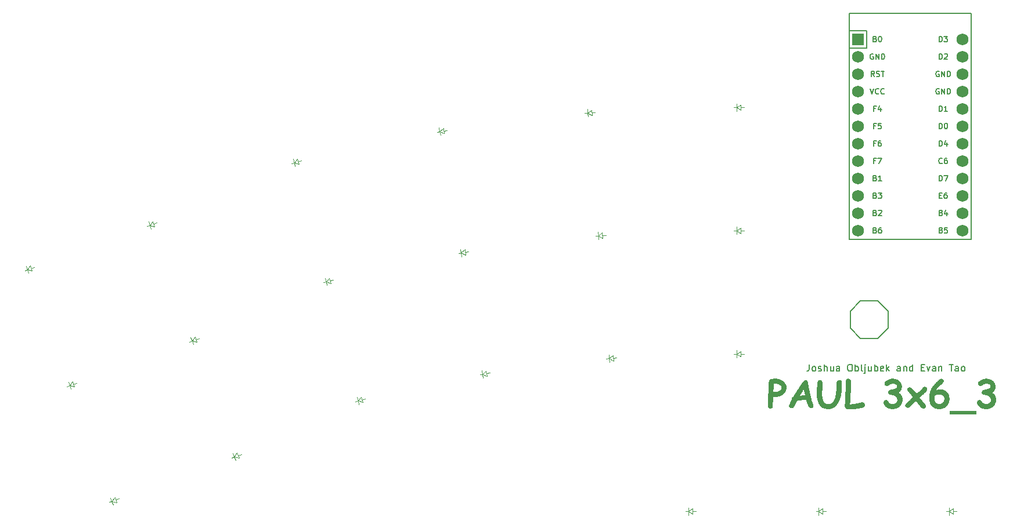
<source format=gbr>
%TF.GenerationSoftware,KiCad,Pcbnew,7.0.2*%
%TF.CreationDate,2023-07-05T19:02:59-04:00*%
%TF.ProjectId,paul,7061756c-2e6b-4696-9361-645f70636258,v1.0.0*%
%TF.SameCoordinates,Original*%
%TF.FileFunction,Legend,Top*%
%TF.FilePolarity,Positive*%
%FSLAX46Y46*%
G04 Gerber Fmt 4.6, Leading zero omitted, Abs format (unit mm)*
G04 Created by KiCad (PCBNEW 7.0.2) date 2023-07-05 19:02:59*
%MOMM*%
%LPD*%
G01*
G04 APERTURE LIST*
%ADD10C,0.150000*%
%ADD11C,1.000000*%
%ADD12C,0.100000*%
%ADD13R,1.752600X1.752600*%
%ADD14C,1.752600*%
G04 APERTURE END LIST*
D10*
X199633809Y-110487619D02*
X199633809Y-111201904D01*
X199633809Y-111201904D02*
X199586190Y-111344761D01*
X199586190Y-111344761D02*
X199490952Y-111440000D01*
X199490952Y-111440000D02*
X199348095Y-111487619D01*
X199348095Y-111487619D02*
X199252857Y-111487619D01*
X200252857Y-111487619D02*
X200157619Y-111440000D01*
X200157619Y-111440000D02*
X200110000Y-111392380D01*
X200110000Y-111392380D02*
X200062381Y-111297142D01*
X200062381Y-111297142D02*
X200062381Y-111011428D01*
X200062381Y-111011428D02*
X200110000Y-110916190D01*
X200110000Y-110916190D02*
X200157619Y-110868571D01*
X200157619Y-110868571D02*
X200252857Y-110820952D01*
X200252857Y-110820952D02*
X200395714Y-110820952D01*
X200395714Y-110820952D02*
X200490952Y-110868571D01*
X200490952Y-110868571D02*
X200538571Y-110916190D01*
X200538571Y-110916190D02*
X200586190Y-111011428D01*
X200586190Y-111011428D02*
X200586190Y-111297142D01*
X200586190Y-111297142D02*
X200538571Y-111392380D01*
X200538571Y-111392380D02*
X200490952Y-111440000D01*
X200490952Y-111440000D02*
X200395714Y-111487619D01*
X200395714Y-111487619D02*
X200252857Y-111487619D01*
X200967143Y-111440000D02*
X201062381Y-111487619D01*
X201062381Y-111487619D02*
X201252857Y-111487619D01*
X201252857Y-111487619D02*
X201348095Y-111440000D01*
X201348095Y-111440000D02*
X201395714Y-111344761D01*
X201395714Y-111344761D02*
X201395714Y-111297142D01*
X201395714Y-111297142D02*
X201348095Y-111201904D01*
X201348095Y-111201904D02*
X201252857Y-111154285D01*
X201252857Y-111154285D02*
X201110000Y-111154285D01*
X201110000Y-111154285D02*
X201014762Y-111106666D01*
X201014762Y-111106666D02*
X200967143Y-111011428D01*
X200967143Y-111011428D02*
X200967143Y-110963809D01*
X200967143Y-110963809D02*
X201014762Y-110868571D01*
X201014762Y-110868571D02*
X201110000Y-110820952D01*
X201110000Y-110820952D02*
X201252857Y-110820952D01*
X201252857Y-110820952D02*
X201348095Y-110868571D01*
X201824286Y-111487619D02*
X201824286Y-110487619D01*
X202252857Y-111487619D02*
X202252857Y-110963809D01*
X202252857Y-110963809D02*
X202205238Y-110868571D01*
X202205238Y-110868571D02*
X202110000Y-110820952D01*
X202110000Y-110820952D02*
X201967143Y-110820952D01*
X201967143Y-110820952D02*
X201871905Y-110868571D01*
X201871905Y-110868571D02*
X201824286Y-110916190D01*
X203157619Y-110820952D02*
X203157619Y-111487619D01*
X202729048Y-110820952D02*
X202729048Y-111344761D01*
X202729048Y-111344761D02*
X202776667Y-111440000D01*
X202776667Y-111440000D02*
X202871905Y-111487619D01*
X202871905Y-111487619D02*
X203014762Y-111487619D01*
X203014762Y-111487619D02*
X203110000Y-111440000D01*
X203110000Y-111440000D02*
X203157619Y-111392380D01*
X204062381Y-111487619D02*
X204062381Y-110963809D01*
X204062381Y-110963809D02*
X204014762Y-110868571D01*
X204014762Y-110868571D02*
X203919524Y-110820952D01*
X203919524Y-110820952D02*
X203729048Y-110820952D01*
X203729048Y-110820952D02*
X203633810Y-110868571D01*
X204062381Y-111440000D02*
X203967143Y-111487619D01*
X203967143Y-111487619D02*
X203729048Y-111487619D01*
X203729048Y-111487619D02*
X203633810Y-111440000D01*
X203633810Y-111440000D02*
X203586191Y-111344761D01*
X203586191Y-111344761D02*
X203586191Y-111249523D01*
X203586191Y-111249523D02*
X203633810Y-111154285D01*
X203633810Y-111154285D02*
X203729048Y-111106666D01*
X203729048Y-111106666D02*
X203967143Y-111106666D01*
X203967143Y-111106666D02*
X204062381Y-111059047D01*
X205490953Y-110487619D02*
X205681429Y-110487619D01*
X205681429Y-110487619D02*
X205776667Y-110535238D01*
X205776667Y-110535238D02*
X205871905Y-110630476D01*
X205871905Y-110630476D02*
X205919524Y-110820952D01*
X205919524Y-110820952D02*
X205919524Y-111154285D01*
X205919524Y-111154285D02*
X205871905Y-111344761D01*
X205871905Y-111344761D02*
X205776667Y-111440000D01*
X205776667Y-111440000D02*
X205681429Y-111487619D01*
X205681429Y-111487619D02*
X205490953Y-111487619D01*
X205490953Y-111487619D02*
X205395715Y-111440000D01*
X205395715Y-111440000D02*
X205300477Y-111344761D01*
X205300477Y-111344761D02*
X205252858Y-111154285D01*
X205252858Y-111154285D02*
X205252858Y-110820952D01*
X205252858Y-110820952D02*
X205300477Y-110630476D01*
X205300477Y-110630476D02*
X205395715Y-110535238D01*
X205395715Y-110535238D02*
X205490953Y-110487619D01*
X206348096Y-111487619D02*
X206348096Y-110487619D01*
X206348096Y-110868571D02*
X206443334Y-110820952D01*
X206443334Y-110820952D02*
X206633810Y-110820952D01*
X206633810Y-110820952D02*
X206729048Y-110868571D01*
X206729048Y-110868571D02*
X206776667Y-110916190D01*
X206776667Y-110916190D02*
X206824286Y-111011428D01*
X206824286Y-111011428D02*
X206824286Y-111297142D01*
X206824286Y-111297142D02*
X206776667Y-111392380D01*
X206776667Y-111392380D02*
X206729048Y-111440000D01*
X206729048Y-111440000D02*
X206633810Y-111487619D01*
X206633810Y-111487619D02*
X206443334Y-111487619D01*
X206443334Y-111487619D02*
X206348096Y-111440000D01*
X207395715Y-111487619D02*
X207300477Y-111440000D01*
X207300477Y-111440000D02*
X207252858Y-111344761D01*
X207252858Y-111344761D02*
X207252858Y-110487619D01*
X207776668Y-110820952D02*
X207776668Y-111678095D01*
X207776668Y-111678095D02*
X207729049Y-111773333D01*
X207729049Y-111773333D02*
X207633811Y-111820952D01*
X207633811Y-111820952D02*
X207586192Y-111820952D01*
X207776668Y-110487619D02*
X207729049Y-110535238D01*
X207729049Y-110535238D02*
X207776668Y-110582857D01*
X207776668Y-110582857D02*
X207824287Y-110535238D01*
X207824287Y-110535238D02*
X207776668Y-110487619D01*
X207776668Y-110487619D02*
X207776668Y-110582857D01*
X208681429Y-110820952D02*
X208681429Y-111487619D01*
X208252858Y-110820952D02*
X208252858Y-111344761D01*
X208252858Y-111344761D02*
X208300477Y-111440000D01*
X208300477Y-111440000D02*
X208395715Y-111487619D01*
X208395715Y-111487619D02*
X208538572Y-111487619D01*
X208538572Y-111487619D02*
X208633810Y-111440000D01*
X208633810Y-111440000D02*
X208681429Y-111392380D01*
X209157620Y-111487619D02*
X209157620Y-110487619D01*
X209157620Y-110868571D02*
X209252858Y-110820952D01*
X209252858Y-110820952D02*
X209443334Y-110820952D01*
X209443334Y-110820952D02*
X209538572Y-110868571D01*
X209538572Y-110868571D02*
X209586191Y-110916190D01*
X209586191Y-110916190D02*
X209633810Y-111011428D01*
X209633810Y-111011428D02*
X209633810Y-111297142D01*
X209633810Y-111297142D02*
X209586191Y-111392380D01*
X209586191Y-111392380D02*
X209538572Y-111440000D01*
X209538572Y-111440000D02*
X209443334Y-111487619D01*
X209443334Y-111487619D02*
X209252858Y-111487619D01*
X209252858Y-111487619D02*
X209157620Y-111440000D01*
X210443334Y-111440000D02*
X210348096Y-111487619D01*
X210348096Y-111487619D02*
X210157620Y-111487619D01*
X210157620Y-111487619D02*
X210062382Y-111440000D01*
X210062382Y-111440000D02*
X210014763Y-111344761D01*
X210014763Y-111344761D02*
X210014763Y-110963809D01*
X210014763Y-110963809D02*
X210062382Y-110868571D01*
X210062382Y-110868571D02*
X210157620Y-110820952D01*
X210157620Y-110820952D02*
X210348096Y-110820952D01*
X210348096Y-110820952D02*
X210443334Y-110868571D01*
X210443334Y-110868571D02*
X210490953Y-110963809D01*
X210490953Y-110963809D02*
X210490953Y-111059047D01*
X210490953Y-111059047D02*
X210014763Y-111154285D01*
X210919525Y-111487619D02*
X210919525Y-110487619D01*
X211014763Y-111106666D02*
X211300477Y-111487619D01*
X211300477Y-110820952D02*
X210919525Y-111201904D01*
X212919525Y-111487619D02*
X212919525Y-110963809D01*
X212919525Y-110963809D02*
X212871906Y-110868571D01*
X212871906Y-110868571D02*
X212776668Y-110820952D01*
X212776668Y-110820952D02*
X212586192Y-110820952D01*
X212586192Y-110820952D02*
X212490954Y-110868571D01*
X212919525Y-111440000D02*
X212824287Y-111487619D01*
X212824287Y-111487619D02*
X212586192Y-111487619D01*
X212586192Y-111487619D02*
X212490954Y-111440000D01*
X212490954Y-111440000D02*
X212443335Y-111344761D01*
X212443335Y-111344761D02*
X212443335Y-111249523D01*
X212443335Y-111249523D02*
X212490954Y-111154285D01*
X212490954Y-111154285D02*
X212586192Y-111106666D01*
X212586192Y-111106666D02*
X212824287Y-111106666D01*
X212824287Y-111106666D02*
X212919525Y-111059047D01*
X213395716Y-110820952D02*
X213395716Y-111487619D01*
X213395716Y-110916190D02*
X213443335Y-110868571D01*
X213443335Y-110868571D02*
X213538573Y-110820952D01*
X213538573Y-110820952D02*
X213681430Y-110820952D01*
X213681430Y-110820952D02*
X213776668Y-110868571D01*
X213776668Y-110868571D02*
X213824287Y-110963809D01*
X213824287Y-110963809D02*
X213824287Y-111487619D01*
X214729049Y-111487619D02*
X214729049Y-110487619D01*
X214729049Y-111440000D02*
X214633811Y-111487619D01*
X214633811Y-111487619D02*
X214443335Y-111487619D01*
X214443335Y-111487619D02*
X214348097Y-111440000D01*
X214348097Y-111440000D02*
X214300478Y-111392380D01*
X214300478Y-111392380D02*
X214252859Y-111297142D01*
X214252859Y-111297142D02*
X214252859Y-111011428D01*
X214252859Y-111011428D02*
X214300478Y-110916190D01*
X214300478Y-110916190D02*
X214348097Y-110868571D01*
X214348097Y-110868571D02*
X214443335Y-110820952D01*
X214443335Y-110820952D02*
X214633811Y-110820952D01*
X214633811Y-110820952D02*
X214729049Y-110868571D01*
X215967145Y-110963809D02*
X216300478Y-110963809D01*
X216443335Y-111487619D02*
X215967145Y-111487619D01*
X215967145Y-111487619D02*
X215967145Y-110487619D01*
X215967145Y-110487619D02*
X216443335Y-110487619D01*
X216776669Y-110820952D02*
X217014764Y-111487619D01*
X217014764Y-111487619D02*
X217252859Y-110820952D01*
X218062383Y-111487619D02*
X218062383Y-110963809D01*
X218062383Y-110963809D02*
X218014764Y-110868571D01*
X218014764Y-110868571D02*
X217919526Y-110820952D01*
X217919526Y-110820952D02*
X217729050Y-110820952D01*
X217729050Y-110820952D02*
X217633812Y-110868571D01*
X218062383Y-111440000D02*
X217967145Y-111487619D01*
X217967145Y-111487619D02*
X217729050Y-111487619D01*
X217729050Y-111487619D02*
X217633812Y-111440000D01*
X217633812Y-111440000D02*
X217586193Y-111344761D01*
X217586193Y-111344761D02*
X217586193Y-111249523D01*
X217586193Y-111249523D02*
X217633812Y-111154285D01*
X217633812Y-111154285D02*
X217729050Y-111106666D01*
X217729050Y-111106666D02*
X217967145Y-111106666D01*
X217967145Y-111106666D02*
X218062383Y-111059047D01*
X218538574Y-110820952D02*
X218538574Y-111487619D01*
X218538574Y-110916190D02*
X218586193Y-110868571D01*
X218586193Y-110868571D02*
X218681431Y-110820952D01*
X218681431Y-110820952D02*
X218824288Y-110820952D01*
X218824288Y-110820952D02*
X218919526Y-110868571D01*
X218919526Y-110868571D02*
X218967145Y-110963809D01*
X218967145Y-110963809D02*
X218967145Y-111487619D01*
X220062384Y-110487619D02*
X220633812Y-110487619D01*
X220348098Y-111487619D02*
X220348098Y-110487619D01*
X221395717Y-111487619D02*
X221395717Y-110963809D01*
X221395717Y-110963809D02*
X221348098Y-110868571D01*
X221348098Y-110868571D02*
X221252860Y-110820952D01*
X221252860Y-110820952D02*
X221062384Y-110820952D01*
X221062384Y-110820952D02*
X220967146Y-110868571D01*
X221395717Y-111440000D02*
X221300479Y-111487619D01*
X221300479Y-111487619D02*
X221062384Y-111487619D01*
X221062384Y-111487619D02*
X220967146Y-111440000D01*
X220967146Y-111440000D02*
X220919527Y-111344761D01*
X220919527Y-111344761D02*
X220919527Y-111249523D01*
X220919527Y-111249523D02*
X220967146Y-111154285D01*
X220967146Y-111154285D02*
X221062384Y-111106666D01*
X221062384Y-111106666D02*
X221300479Y-111106666D01*
X221300479Y-111106666D02*
X221395717Y-111059047D01*
X222014765Y-111487619D02*
X221919527Y-111440000D01*
X221919527Y-111440000D02*
X221871908Y-111392380D01*
X221871908Y-111392380D02*
X221824289Y-111297142D01*
X221824289Y-111297142D02*
X221824289Y-111011428D01*
X221824289Y-111011428D02*
X221871908Y-110916190D01*
X221871908Y-110916190D02*
X221919527Y-110868571D01*
X221919527Y-110868571D02*
X222014765Y-110820952D01*
X222014765Y-110820952D02*
X222157622Y-110820952D01*
X222157622Y-110820952D02*
X222252860Y-110868571D01*
X222252860Y-110868571D02*
X222300479Y-110916190D01*
X222300479Y-110916190D02*
X222348098Y-111011428D01*
X222348098Y-111011428D02*
X222348098Y-111297142D01*
X222348098Y-111297142D02*
X222300479Y-111392380D01*
X222300479Y-111392380D02*
X222252860Y-111440000D01*
X222252860Y-111440000D02*
X222157622Y-111487619D01*
X222157622Y-111487619D02*
X222014765Y-111487619D01*
D11*
G36*
X194852553Y-112589537D02*
G01*
X194919074Y-112593487D01*
X194985085Y-112600070D01*
X195050584Y-112609286D01*
X195115572Y-112621136D01*
X195180048Y-112635618D01*
X195244013Y-112652734D01*
X195307466Y-112672484D01*
X195370408Y-112694866D01*
X195432839Y-112719882D01*
X195494759Y-112747531D01*
X195556167Y-112777814D01*
X195617063Y-112810729D01*
X195677448Y-112846278D01*
X195737322Y-112884460D01*
X195796685Y-112925275D01*
X195828962Y-112949005D01*
X195860215Y-112973055D01*
X195919646Y-113022117D01*
X195974978Y-113072462D01*
X196026212Y-113124089D01*
X196073347Y-113176998D01*
X196116383Y-113231189D01*
X196155321Y-113286663D01*
X196190160Y-113343419D01*
X196220900Y-113401457D01*
X196247542Y-113460778D01*
X196270085Y-113521380D01*
X196288529Y-113583265D01*
X196302874Y-113646433D01*
X196313121Y-113710882D01*
X196319269Y-113776614D01*
X196321318Y-113843628D01*
X196320774Y-113885794D01*
X196319139Y-113927419D01*
X196316415Y-113968501D01*
X196312602Y-114009042D01*
X196307699Y-114049040D01*
X196301706Y-114088497D01*
X196294624Y-114127412D01*
X196286453Y-114165785D01*
X196266841Y-114240905D01*
X196242871Y-114313857D01*
X196214542Y-114384641D01*
X196181856Y-114453258D01*
X196144811Y-114519708D01*
X196103408Y-114583989D01*
X196057647Y-114646103D01*
X196007527Y-114706050D01*
X195980833Y-114735210D01*
X195953050Y-114763828D01*
X195924177Y-114791905D01*
X195894214Y-114819439D01*
X195863162Y-114846432D01*
X195831020Y-114872883D01*
X195797789Y-114898792D01*
X195763468Y-114924159D01*
X195700930Y-114966867D01*
X195636904Y-115006820D01*
X195571390Y-115044017D01*
X195504387Y-115078459D01*
X195435896Y-115110146D01*
X195365917Y-115139077D01*
X195294449Y-115165253D01*
X195221493Y-115188674D01*
X195147048Y-115209339D01*
X195071116Y-115227249D01*
X195032591Y-115235170D01*
X194993694Y-115242403D01*
X194954426Y-115248947D01*
X194914785Y-115254802D01*
X194874772Y-115259969D01*
X194834387Y-115264446D01*
X194793630Y-115268235D01*
X194752501Y-115271335D01*
X194711000Y-115273745D01*
X194669126Y-115275468D01*
X194626881Y-115276501D01*
X194584263Y-115276845D01*
X194541597Y-115274937D01*
X194495836Y-115271331D01*
X194455135Y-115267610D01*
X194407756Y-115262935D01*
X194365044Y-115258508D01*
X194353698Y-115257306D01*
X194351687Y-115310028D01*
X194349805Y-115366834D01*
X194348054Y-115427722D01*
X194346432Y-115492695D01*
X194344940Y-115561751D01*
X194343577Y-115634890D01*
X194342345Y-115712113D01*
X194341777Y-115752255D01*
X194341242Y-115793419D01*
X194340739Y-115835603D01*
X194340268Y-115878808D01*
X194339831Y-115923035D01*
X194339425Y-115968282D01*
X194339052Y-116014549D01*
X194338711Y-116061838D01*
X194338403Y-116110147D01*
X194338128Y-116159478D01*
X194337884Y-116209829D01*
X194337673Y-116261201D01*
X194337495Y-116313594D01*
X194337349Y-116367008D01*
X194337235Y-116421443D01*
X194337154Y-116476898D01*
X194337106Y-116533375D01*
X194337090Y-116590872D01*
X194334609Y-116637755D01*
X194327167Y-116682539D01*
X194314764Y-116725224D01*
X194297400Y-116765811D01*
X194275075Y-116804298D01*
X194247788Y-116840686D01*
X194235484Y-116854654D01*
X194202397Y-116886458D01*
X194166639Y-116912872D01*
X194128208Y-116933895D01*
X194087107Y-116949527D01*
X194043334Y-116959769D01*
X193996890Y-116964621D01*
X193977564Y-116965052D01*
X193930003Y-116962500D01*
X193885019Y-116954843D01*
X193842610Y-116942083D01*
X193802778Y-116924217D01*
X193765521Y-116901248D01*
X193730841Y-116873175D01*
X193717690Y-116860516D01*
X193688137Y-116827128D01*
X193663594Y-116791689D01*
X193644059Y-116754199D01*
X193629533Y-116714657D01*
X193620016Y-116673064D01*
X193615508Y-116629420D01*
X193615108Y-116611388D01*
X193615108Y-115845443D01*
X193615321Y-115790721D01*
X193615963Y-115732801D01*
X193617031Y-115671683D01*
X193618527Y-115607367D01*
X193620450Y-115539853D01*
X193622801Y-115469141D01*
X193625580Y-115395231D01*
X193628785Y-115318122D01*
X193630548Y-115278369D01*
X193632418Y-115237816D01*
X193634395Y-115196464D01*
X193636479Y-115154312D01*
X193638669Y-115111360D01*
X193640967Y-115067609D01*
X193643371Y-115023059D01*
X193645882Y-114977709D01*
X193648500Y-114931559D01*
X193651225Y-114884610D01*
X193654057Y-114836862D01*
X193656995Y-114788314D01*
X193660041Y-114738966D01*
X193663193Y-114688819D01*
X193666452Y-114637873D01*
X193669818Y-114586127D01*
X193673007Y-114533547D01*
X193674594Y-114506992D01*
X194397662Y-114506992D01*
X194439054Y-114512621D01*
X194482743Y-114518116D01*
X194525466Y-114522791D01*
X194567343Y-114526054D01*
X194584263Y-114526531D01*
X194637306Y-114525841D01*
X194689211Y-114523768D01*
X194739980Y-114520315D01*
X194789610Y-114515479D01*
X194838104Y-114509263D01*
X194885461Y-114501664D01*
X194931680Y-114492685D01*
X194976762Y-114482323D01*
X195020706Y-114470581D01*
X195063514Y-114457456D01*
X195105184Y-114442951D01*
X195145717Y-114427063D01*
X195185112Y-114409795D01*
X195223370Y-114391144D01*
X195260492Y-114371113D01*
X195296475Y-114349699D01*
X195333032Y-114325657D01*
X195367230Y-114300668D01*
X195399069Y-114274732D01*
X195428550Y-114247850D01*
X195468349Y-114205753D01*
X195502842Y-114161526D01*
X195532028Y-114115169D01*
X195555907Y-114066683D01*
X195574480Y-114016068D01*
X195587746Y-113963323D01*
X195595706Y-113908448D01*
X195598360Y-113851444D01*
X195593948Y-113801359D01*
X195580713Y-113752709D01*
X195558655Y-113705494D01*
X195536321Y-113671024D01*
X195509024Y-113637361D01*
X195476764Y-113604506D01*
X195439541Y-113572458D01*
X195397354Y-113541216D01*
X195350205Y-113510782D01*
X195316015Y-113490942D01*
X195264478Y-113463705D01*
X195212082Y-113439147D01*
X195158827Y-113417268D01*
X195104714Y-113398068D01*
X195049742Y-113381547D01*
X194993912Y-113367706D01*
X194937223Y-113356543D01*
X194879675Y-113348060D01*
X194821269Y-113342255D01*
X194781854Y-113339874D01*
X194742058Y-113338683D01*
X194722016Y-113338534D01*
X194679335Y-113338595D01*
X194639218Y-113338778D01*
X194597152Y-113339130D01*
X194566678Y-113339511D01*
X194527065Y-113340503D01*
X194487898Y-113342476D01*
X194453349Y-113345373D01*
X194453246Y-113391455D01*
X194453003Y-113435891D01*
X194452705Y-113475389D01*
X194452316Y-113518399D01*
X194451835Y-113564919D01*
X194451263Y-113614951D01*
X194450773Y-113654779D01*
X194450418Y-113682428D01*
X194448958Y-113734664D01*
X194446777Y-113792085D01*
X194444923Y-113833248D01*
X194442747Y-113876716D01*
X194440252Y-113922488D01*
X194437435Y-113970566D01*
X194434298Y-114020949D01*
X194430841Y-114073636D01*
X194427062Y-114128629D01*
X194422964Y-114185927D01*
X194418545Y-114245530D01*
X194413805Y-114307438D01*
X194408744Y-114371651D01*
X194403363Y-114438169D01*
X194397662Y-114506992D01*
X193674594Y-114506992D01*
X193676100Y-114481808D01*
X193679097Y-114430911D01*
X193682000Y-114380856D01*
X193684807Y-114331642D01*
X193687518Y-114283269D01*
X193690134Y-114235738D01*
X193692655Y-114189049D01*
X193695080Y-114143201D01*
X193697410Y-114098194D01*
X193699644Y-114054029D01*
X193701783Y-114010706D01*
X193703827Y-113968224D01*
X193705775Y-113926583D01*
X193707628Y-113885784D01*
X193709385Y-113845826D01*
X193711047Y-113806710D01*
X193714085Y-113731003D01*
X193716741Y-113658661D01*
X193719016Y-113589685D01*
X193720909Y-113524076D01*
X193722420Y-113461832D01*
X193723550Y-113402954D01*
X193724298Y-113347442D01*
X193724528Y-113320949D01*
X193725098Y-113277100D01*
X193726440Y-113234704D01*
X193728556Y-113193760D01*
X193731444Y-113154268D01*
X193739538Y-113079640D01*
X193750724Y-113010821D01*
X193765000Y-112947810D01*
X193782368Y-112890608D01*
X193802827Y-112839214D01*
X193826378Y-112793628D01*
X193853019Y-112753851D01*
X193882752Y-112719882D01*
X193915576Y-112691722D01*
X193951491Y-112669370D01*
X193990497Y-112652826D01*
X194032595Y-112642091D01*
X194077784Y-112637164D01*
X194126064Y-112638046D01*
X194170129Y-112627587D01*
X194213405Y-112619664D01*
X194253352Y-112613797D01*
X194296830Y-112608597D01*
X194343837Y-112604065D01*
X194383984Y-112600921D01*
X194426376Y-112597944D01*
X194470996Y-112595364D01*
X194517844Y-112593181D01*
X194566922Y-112591395D01*
X194618228Y-112590006D01*
X194658171Y-112589225D01*
X194699367Y-112588667D01*
X194741816Y-112588332D01*
X194785519Y-112588220D01*
X194852553Y-112589537D01*
G37*
G36*
X199086280Y-112779001D02*
G01*
X199137603Y-112788610D01*
X199185404Y-112804624D01*
X199229686Y-112827044D01*
X199270447Y-112855869D01*
X199307687Y-112891100D01*
X199341407Y-112932737D01*
X199371606Y-112980779D01*
X199389783Y-113016366D01*
X199406396Y-113054800D01*
X199421443Y-113096081D01*
X199434926Y-113140209D01*
X199445743Y-113197565D01*
X199453574Y-113238674D01*
X199461901Y-113282081D01*
X199470724Y-113327784D01*
X199480043Y-113375786D01*
X199489859Y-113426085D01*
X199500171Y-113478681D01*
X199510978Y-113533574D01*
X199522282Y-113590765D01*
X199534082Y-113650254D01*
X199546378Y-113712040D01*
X199559170Y-113776123D01*
X199572459Y-113842503D01*
X199586243Y-113911181D01*
X199600524Y-113982157D01*
X199607850Y-114018506D01*
X199618424Y-114067944D01*
X199629141Y-114117829D01*
X199640001Y-114168160D01*
X199651005Y-114218938D01*
X199662151Y-114270162D01*
X199673441Y-114321833D01*
X199684873Y-114373950D01*
X199696449Y-114426514D01*
X199708168Y-114479524D01*
X199720030Y-114532981D01*
X199732035Y-114586884D01*
X199744183Y-114641234D01*
X199756475Y-114696030D01*
X199768909Y-114751273D01*
X199781487Y-114806962D01*
X199794207Y-114863098D01*
X199807071Y-114919680D01*
X199820078Y-114976709D01*
X199833228Y-115034184D01*
X199846521Y-115092106D01*
X199859957Y-115150474D01*
X199873537Y-115209289D01*
X199887259Y-115268551D01*
X199901125Y-115328258D01*
X199915133Y-115388413D01*
X199929285Y-115449014D01*
X199943580Y-115510061D01*
X199958018Y-115571555D01*
X199972599Y-115633495D01*
X199987323Y-115695882D01*
X200002191Y-115758715D01*
X200017201Y-115821995D01*
X200030612Y-115865292D01*
X200046144Y-115908411D01*
X200062142Y-115950223D01*
X200081315Y-115998537D01*
X200097778Y-116039040D01*
X200116028Y-116083202D01*
X200136063Y-116131021D01*
X200157885Y-116182498D01*
X200175519Y-116225614D01*
X200191419Y-116266670D01*
X200205584Y-116305665D01*
X200221773Y-116354452D01*
X200234878Y-116399576D01*
X200244899Y-116441036D01*
X200253090Y-116487710D01*
X200256463Y-116528659D01*
X200256559Y-116536161D01*
X200253625Y-116584380D01*
X200244824Y-116630119D01*
X200230155Y-116673376D01*
X200209619Y-116714153D01*
X200183215Y-116752450D01*
X200150943Y-116788266D01*
X200136392Y-116801898D01*
X200106090Y-116826765D01*
X200066797Y-116852911D01*
X200025929Y-116873571D01*
X199983487Y-116888746D01*
X199939471Y-116898435D01*
X199893880Y-116902637D01*
X199865771Y-116902526D01*
X199825078Y-116896733D01*
X199784335Y-116882284D01*
X199743539Y-116859180D01*
X199702693Y-116827421D01*
X199661794Y-116787006D01*
X199634500Y-116755255D01*
X199607183Y-116719656D01*
X199579843Y-116680211D01*
X199552481Y-116636919D01*
X199525095Y-116589780D01*
X199497686Y-116538795D01*
X199470255Y-116483962D01*
X199442800Y-116425283D01*
X199429064Y-116394501D01*
X199411032Y-116353819D01*
X199393329Y-116312374D01*
X199375953Y-116270166D01*
X199358906Y-116227194D01*
X199342186Y-116183459D01*
X199325795Y-116138961D01*
X199309733Y-116093700D01*
X199293998Y-116047676D01*
X199278592Y-116000888D01*
X199263514Y-115953337D01*
X199248764Y-115905023D01*
X199234342Y-115855945D01*
X199220248Y-115806104D01*
X199206483Y-115755500D01*
X199193046Y-115704133D01*
X199179937Y-115652002D01*
X199139559Y-115660062D01*
X199094631Y-115668122D01*
X199045152Y-115676182D01*
X198991122Y-115684242D01*
X198932541Y-115692302D01*
X198890958Y-115697676D01*
X198847353Y-115703049D01*
X198801726Y-115708422D01*
X198754075Y-115713796D01*
X198704403Y-115719169D01*
X198652707Y-115724542D01*
X198598989Y-115729916D01*
X198543248Y-115735289D01*
X198514619Y-115737976D01*
X198461187Y-115743410D01*
X198409335Y-115748967D01*
X198359063Y-115754645D01*
X198310371Y-115760446D01*
X198263259Y-115766369D01*
X198217727Y-115772414D01*
X198173774Y-115778581D01*
X198131402Y-115784870D01*
X198090610Y-115791282D01*
X198051397Y-115797815D01*
X197995541Y-115807844D01*
X197943240Y-115818148D01*
X197894493Y-115828727D01*
X197849302Y-115839581D01*
X197832815Y-115876996D01*
X197814863Y-115916700D01*
X197795446Y-115958695D01*
X197774563Y-116002979D01*
X197752215Y-116049553D01*
X197728401Y-116098417D01*
X197703122Y-116149571D01*
X197676378Y-116203014D01*
X197648168Y-116258747D01*
X197618492Y-116316770D01*
X197587351Y-116377083D01*
X197554745Y-116439685D01*
X197520673Y-116504578D01*
X197485136Y-116571760D01*
X197448133Y-116641232D01*
X197429082Y-116676826D01*
X197409665Y-116712993D01*
X197386134Y-116746865D01*
X197360972Y-116777405D01*
X197324886Y-116812942D01*
X197285898Y-116842556D01*
X197244011Y-116866248D01*
X197199223Y-116884017D01*
X197151534Y-116895862D01*
X197100945Y-116901785D01*
X197074563Y-116902526D01*
X197027981Y-116900021D01*
X196982877Y-116892508D01*
X196939252Y-116879986D01*
X196897106Y-116862455D01*
X196856438Y-116839915D01*
X196817250Y-116812366D01*
X196801988Y-116799944D01*
X196767370Y-116766222D01*
X196738619Y-116729781D01*
X196715735Y-116690621D01*
X196698719Y-116648742D01*
X196687571Y-116604144D01*
X196682290Y-116556827D01*
X196681821Y-116537138D01*
X196688095Y-116491495D01*
X196701035Y-116443519D01*
X196713583Y-116404990D01*
X196729268Y-116361224D01*
X196748090Y-116312223D01*
X196770049Y-116257986D01*
X196795145Y-116198513D01*
X196823378Y-116133804D01*
X196854748Y-116063859D01*
X196871609Y-116026923D01*
X196889255Y-115988678D01*
X196907684Y-115949124D01*
X196926899Y-115908261D01*
X196946897Y-115866089D01*
X196967679Y-115822608D01*
X196989246Y-115777818D01*
X197011597Y-115731719D01*
X197034733Y-115684311D01*
X197058652Y-115635594D01*
X197083356Y-115585568D01*
X197068410Y-115548897D01*
X197056594Y-115508245D01*
X197050397Y-115468938D01*
X197050139Y-115426322D01*
X197059484Y-115386513D01*
X197080803Y-115349519D01*
X197114095Y-115315339D01*
X197149350Y-115290022D01*
X197192268Y-115266506D01*
X197229486Y-115250051D01*
X197271014Y-115234609D01*
X197316852Y-115220181D01*
X197341302Y-115177819D01*
X197365926Y-115135364D01*
X197390723Y-115092815D01*
X197392801Y-115089267D01*
X198250837Y-115089267D01*
X198292692Y-115082178D01*
X198341321Y-115075566D01*
X198385102Y-115070620D01*
X198433218Y-115065980D01*
X198485669Y-115061644D01*
X198527852Y-115058593D01*
X198572474Y-115055714D01*
X198619535Y-115053006D01*
X198635764Y-115052142D01*
X198691457Y-115049096D01*
X198743131Y-115046188D01*
X198790787Y-115043418D01*
X198834425Y-115040785D01*
X198874044Y-115038289D01*
X198920618Y-115035175D01*
X198960048Y-115032305D01*
X198999289Y-115029061D01*
X199022644Y-115026741D01*
X199014268Y-114981327D01*
X199005502Y-114934234D01*
X198996346Y-114885461D01*
X198986802Y-114835010D01*
X198976868Y-114782879D01*
X198966545Y-114729070D01*
X198955832Y-114673581D01*
X198944731Y-114616413D01*
X198933240Y-114557565D01*
X198921360Y-114497039D01*
X198909090Y-114434833D01*
X198896432Y-114370949D01*
X198883384Y-114305385D01*
X198869947Y-114238142D01*
X198856120Y-114169219D01*
X198841905Y-114098618D01*
X198814408Y-114145077D01*
X198785652Y-114193598D01*
X198755637Y-114244179D01*
X198724363Y-114296821D01*
X198691829Y-114351524D01*
X198658036Y-114408287D01*
X198622983Y-114467112D01*
X198586671Y-114527997D01*
X198549099Y-114590943D01*
X198510269Y-114655949D01*
X198470178Y-114723017D01*
X198449661Y-114757324D01*
X198428829Y-114792145D01*
X198407682Y-114827482D01*
X198386220Y-114863335D01*
X198364443Y-114899702D01*
X198342352Y-114936584D01*
X198319945Y-114973982D01*
X198297224Y-115011895D01*
X198274188Y-115050323D01*
X198250837Y-115089267D01*
X197392801Y-115089267D01*
X197415694Y-115050173D01*
X197440839Y-115007437D01*
X197466157Y-114964608D01*
X197491649Y-114921685D01*
X197517315Y-114878668D01*
X197543154Y-114835559D01*
X197569167Y-114792355D01*
X197595353Y-114749058D01*
X197621713Y-114705668D01*
X197648247Y-114662184D01*
X197674954Y-114618607D01*
X197701835Y-114574936D01*
X197728890Y-114531172D01*
X197756118Y-114487314D01*
X197783520Y-114443363D01*
X197811096Y-114399318D01*
X197838845Y-114355180D01*
X197866768Y-114310948D01*
X197894864Y-114266623D01*
X197923135Y-114222204D01*
X197951578Y-114177691D01*
X197980196Y-114133086D01*
X198008987Y-114088386D01*
X198037952Y-114043593D01*
X198067090Y-113998707D01*
X198096402Y-113953727D01*
X198125888Y-113908654D01*
X198155547Y-113863487D01*
X198185380Y-113818227D01*
X198227790Y-113754093D01*
X198269170Y-113691995D01*
X198309520Y-113631934D01*
X198348839Y-113573908D01*
X198387128Y-113517918D01*
X198424387Y-113463964D01*
X198460615Y-113412046D01*
X198495812Y-113362165D01*
X198529980Y-113314319D01*
X198563117Y-113268509D01*
X198595223Y-113224735D01*
X198626299Y-113182997D01*
X198656345Y-113143295D01*
X198685360Y-113105629D01*
X198713345Y-113070000D01*
X198740300Y-113036406D01*
X198766224Y-113004848D01*
X198814981Y-112947840D01*
X198859616Y-112898976D01*
X198900130Y-112858256D01*
X198936522Y-112825680D01*
X198968793Y-112801248D01*
X199009470Y-112779871D01*
X199031437Y-112775799D01*
X199086280Y-112779001D01*
G37*
G36*
X203697452Y-116359330D02*
G01*
X203672093Y-116392688D01*
X203646085Y-116425351D01*
X203619428Y-116457321D01*
X203592123Y-116488595D01*
X203564168Y-116519175D01*
X203535565Y-116549060D01*
X203506313Y-116578251D01*
X203476413Y-116606748D01*
X203445863Y-116634549D01*
X203414665Y-116661656D01*
X203382818Y-116688069D01*
X203350322Y-116713787D01*
X203317178Y-116738810D01*
X203283384Y-116763139D01*
X203248942Y-116786774D01*
X203213852Y-116809713D01*
X203170544Y-116836095D01*
X203127084Y-116860775D01*
X203083472Y-116883753D01*
X203039706Y-116905029D01*
X202995788Y-116924603D01*
X202951718Y-116942475D01*
X202907495Y-116958644D01*
X202863119Y-116973112D01*
X202818590Y-116985877D01*
X202773909Y-116996941D01*
X202729075Y-117006302D01*
X202684089Y-117013961D01*
X202638950Y-117019919D01*
X202593658Y-117024174D01*
X202548213Y-117026727D01*
X202502616Y-117027578D01*
X202459187Y-117027321D01*
X202416460Y-117026551D01*
X202374435Y-117025268D01*
X202333112Y-117023472D01*
X202292491Y-117021162D01*
X202252573Y-117018339D01*
X202213357Y-117015002D01*
X202137031Y-117006790D01*
X202063514Y-116996524D01*
X201992805Y-116984205D01*
X201924906Y-116969833D01*
X201859815Y-116953407D01*
X201797533Y-116934929D01*
X201738060Y-116914397D01*
X201681396Y-116891812D01*
X201627540Y-116867174D01*
X201576493Y-116840483D01*
X201528255Y-116811739D01*
X201482826Y-116780941D01*
X201461165Y-116764773D01*
X201416866Y-116729353D01*
X201373974Y-116692336D01*
X201332488Y-116653721D01*
X201292408Y-116613510D01*
X201253735Y-116571702D01*
X201216468Y-116528296D01*
X201180607Y-116483293D01*
X201146153Y-116436693D01*
X201113105Y-116388497D01*
X201081463Y-116338703D01*
X201051227Y-116287311D01*
X201022398Y-116234323D01*
X200994975Y-116179738D01*
X200968958Y-116123555D01*
X200944348Y-116065775D01*
X200921144Y-116006399D01*
X200899346Y-115945425D01*
X200878955Y-115882854D01*
X200859970Y-115818686D01*
X200842391Y-115752920D01*
X200826218Y-115685558D01*
X200811452Y-115616599D01*
X200798092Y-115546042D01*
X200786139Y-115473888D01*
X200775591Y-115400137D01*
X200766450Y-115324789D01*
X200758716Y-115247844D01*
X200752387Y-115169302D01*
X200747465Y-115089163D01*
X200743950Y-115007426D01*
X200741840Y-114924093D01*
X200741137Y-114839162D01*
X200741471Y-114794822D01*
X200742219Y-114754850D01*
X200743394Y-114710878D01*
X200744997Y-114662907D01*
X200747027Y-114610937D01*
X200748831Y-114569335D01*
X200750874Y-114525483D01*
X200753158Y-114479381D01*
X200754815Y-114447397D01*
X200757434Y-114399804D01*
X200759795Y-114354477D01*
X200761899Y-114311418D01*
X200763745Y-114270626D01*
X200765806Y-114219762D01*
X200767408Y-114172929D01*
X200768553Y-114130125D01*
X200769340Y-114082288D01*
X200769469Y-114056608D01*
X200769641Y-114013801D01*
X200770046Y-113972618D01*
X200770690Y-113926427D01*
X200771377Y-113885867D01*
X200772217Y-113842102D01*
X200773209Y-113795131D01*
X200774354Y-113744954D01*
X200775728Y-113694549D01*
X200776919Y-113647379D01*
X200777926Y-113603446D01*
X200778750Y-113562749D01*
X200779523Y-113516429D01*
X200780010Y-113475165D01*
X200780216Y-113432323D01*
X200780920Y-113392246D01*
X200783032Y-113352616D01*
X200786553Y-113313432D01*
X200793437Y-113261882D01*
X200802825Y-113211125D01*
X200814717Y-113161162D01*
X200829112Y-113111993D01*
X200846011Y-113063618D01*
X200860327Y-113027857D01*
X200881050Y-112982812D01*
X200903284Y-112942197D01*
X200927029Y-112906012D01*
X200952285Y-112874259D01*
X200988311Y-112838813D01*
X201027023Y-112811244D01*
X201068422Y-112791552D01*
X201112508Y-112779737D01*
X201159281Y-112775799D01*
X201205720Y-112778136D01*
X201250395Y-112785148D01*
X201293304Y-112796836D01*
X201334449Y-112813198D01*
X201373828Y-112834236D01*
X201411442Y-112859948D01*
X201425994Y-112871542D01*
X201455532Y-112897844D01*
X201486916Y-112933254D01*
X201512147Y-112971479D01*
X201531223Y-113012518D01*
X201544146Y-113056372D01*
X201550916Y-113103041D01*
X201552023Y-113132393D01*
X201551962Y-113172922D01*
X201551779Y-113218306D01*
X201551474Y-113268543D01*
X201551165Y-113309407D01*
X201550787Y-113353002D01*
X201550340Y-113399327D01*
X201549825Y-113448382D01*
X201549241Y-113500168D01*
X201548589Y-113554685D01*
X201548115Y-113592547D01*
X201547417Y-113648726D01*
X201546787Y-113702227D01*
X201546226Y-113753049D01*
X201545734Y-113801191D01*
X201545310Y-113846655D01*
X201544955Y-113889439D01*
X201544669Y-113929544D01*
X201544394Y-113978851D01*
X201544242Y-114023395D01*
X201544207Y-114053677D01*
X201543874Y-114096868D01*
X201543126Y-114136023D01*
X201541950Y-114179269D01*
X201540347Y-114226607D01*
X201538317Y-114278035D01*
X201536514Y-114319291D01*
X201534470Y-114362848D01*
X201532186Y-114408707D01*
X201530530Y-114440558D01*
X201528086Y-114487776D01*
X201525882Y-114532710D01*
X201523918Y-114575360D01*
X201522195Y-114615726D01*
X201520272Y-114665994D01*
X201518776Y-114712202D01*
X201517707Y-114754349D01*
X201516972Y-114801323D01*
X201516852Y-114826461D01*
X201517238Y-114877772D01*
X201518394Y-114928631D01*
X201520321Y-114979041D01*
X201523019Y-115029000D01*
X201526488Y-115078509D01*
X201530728Y-115127567D01*
X201535739Y-115176175D01*
X201541521Y-115224333D01*
X201548073Y-115272041D01*
X201555397Y-115319298D01*
X201563491Y-115366105D01*
X201572356Y-115412461D01*
X201581993Y-115458367D01*
X201592400Y-115503823D01*
X201603578Y-115548829D01*
X201615526Y-115593384D01*
X201630356Y-115645267D01*
X201646026Y-115695157D01*
X201662535Y-115743055D01*
X201679884Y-115788961D01*
X201698073Y-115832876D01*
X201717101Y-115874798D01*
X201736968Y-115914727D01*
X201757676Y-115952665D01*
X201779223Y-115988611D01*
X201801609Y-116022564D01*
X201824835Y-116054526D01*
X201861248Y-116098733D01*
X201899550Y-116138458D01*
X201939742Y-116173700D01*
X201953558Y-116184452D01*
X201987356Y-116205136D01*
X202031106Y-116223225D01*
X202070450Y-116235089D01*
X202115392Y-116245493D01*
X202165933Y-116254438D01*
X202222073Y-116261922D01*
X202262610Y-116266101D01*
X202305635Y-116269631D01*
X202351148Y-116272513D01*
X202399149Y-116274745D01*
X202449639Y-116276329D01*
X202502616Y-116277264D01*
X202547463Y-116276778D01*
X202591387Y-116273856D01*
X202634390Y-116268497D01*
X202676471Y-116260701D01*
X202717631Y-116250469D01*
X202757869Y-116237800D01*
X202797186Y-116222694D01*
X202835580Y-116205151D01*
X202873054Y-116185172D01*
X202909605Y-116162756D01*
X202945235Y-116137903D01*
X202979943Y-116110614D01*
X203013730Y-116080888D01*
X203046595Y-116048725D01*
X203078538Y-116014126D01*
X203109560Y-115977090D01*
X203139660Y-115937617D01*
X203168838Y-115895707D01*
X203197095Y-115851361D01*
X203224430Y-115804578D01*
X203250844Y-115755358D01*
X203276336Y-115703702D01*
X203300906Y-115649609D01*
X203324555Y-115593079D01*
X203347282Y-115534112D01*
X203369087Y-115472709D01*
X203389971Y-115408869D01*
X203409933Y-115342592D01*
X203428973Y-115273879D01*
X203447092Y-115202729D01*
X203464289Y-115129142D01*
X203480565Y-115053119D01*
X203488679Y-115012620D01*
X203496536Y-114971114D01*
X203504135Y-114928601D01*
X203511477Y-114885080D01*
X203518561Y-114840551D01*
X203525387Y-114795015D01*
X203531956Y-114748472D01*
X203538267Y-114700921D01*
X203544321Y-114652362D01*
X203550117Y-114602796D01*
X203555655Y-114552223D01*
X203560936Y-114500642D01*
X203565959Y-114448053D01*
X203570725Y-114394457D01*
X203575233Y-114339853D01*
X203579483Y-114284242D01*
X203583476Y-114227624D01*
X203587211Y-114169998D01*
X203590689Y-114111364D01*
X203593909Y-114051723D01*
X203596871Y-113991075D01*
X203599576Y-113929419D01*
X203602023Y-113866755D01*
X203604213Y-113803084D01*
X203606145Y-113738405D01*
X203607819Y-113672719D01*
X203609236Y-113606026D01*
X203610395Y-113538325D01*
X203611297Y-113469616D01*
X203611941Y-113399900D01*
X203612327Y-113329176D01*
X203612456Y-113257445D01*
X203614674Y-113210080D01*
X203621329Y-113163240D01*
X203632420Y-113116925D01*
X203647947Y-113071134D01*
X203663564Y-113034879D01*
X203682019Y-112998960D01*
X203703314Y-112963377D01*
X203727323Y-112929855D01*
X203753186Y-112899630D01*
X203790555Y-112864459D01*
X203831221Y-112835150D01*
X203875185Y-112811702D01*
X203922446Y-112794117D01*
X203973004Y-112782393D01*
X204013087Y-112777447D01*
X204055024Y-112775799D01*
X204100224Y-112777936D01*
X204142524Y-112784347D01*
X204181923Y-112795033D01*
X204218422Y-112809993D01*
X204259968Y-112834703D01*
X204296981Y-112866092D01*
X204323329Y-112896012D01*
X204335415Y-112912575D01*
X204359652Y-112951066D01*
X204378875Y-112991068D01*
X204393083Y-113032582D01*
X204402276Y-113075607D01*
X204406455Y-113120143D01*
X204406734Y-113135324D01*
X204406634Y-113202210D01*
X204406337Y-113268169D01*
X204405841Y-113333201D01*
X204405146Y-113397305D01*
X204404253Y-113460482D01*
X204403162Y-113522731D01*
X204401872Y-113584053D01*
X204400383Y-113644448D01*
X204398697Y-113703916D01*
X204396811Y-113762456D01*
X204394728Y-113820068D01*
X204392445Y-113876754D01*
X204389965Y-113932512D01*
X204387286Y-113987342D01*
X204384408Y-114041246D01*
X204381332Y-114094221D01*
X204378058Y-114146270D01*
X204374585Y-114197391D01*
X204370914Y-114247585D01*
X204367044Y-114296851D01*
X204362976Y-114345190D01*
X204358709Y-114392602D01*
X204354244Y-114439087D01*
X204349581Y-114484644D01*
X204344719Y-114529273D01*
X204339658Y-114572976D01*
X204334400Y-114615750D01*
X204328942Y-114657598D01*
X204323287Y-114698518D01*
X204317432Y-114738511D01*
X204311380Y-114777577D01*
X204305129Y-114815715D01*
X204295189Y-114873535D01*
X204284666Y-114930738D01*
X204273558Y-114987322D01*
X204261867Y-115043288D01*
X204249592Y-115098636D01*
X204236733Y-115153365D01*
X204223290Y-115207476D01*
X204209263Y-115260969D01*
X204194653Y-115313844D01*
X204179458Y-115366101D01*
X204163680Y-115417739D01*
X204147317Y-115468759D01*
X204130371Y-115519161D01*
X204112841Y-115568944D01*
X204094727Y-115618110D01*
X204076029Y-115666657D01*
X204056747Y-115714586D01*
X204036881Y-115761896D01*
X204016432Y-115808589D01*
X203995398Y-115854663D01*
X203973781Y-115900119D01*
X203951579Y-115944956D01*
X203928794Y-115989176D01*
X203905425Y-116032777D01*
X203881472Y-116075760D01*
X203856935Y-116118125D01*
X203831815Y-116159871D01*
X203806110Y-116200999D01*
X203779821Y-116241509D01*
X203752949Y-116281401D01*
X203725493Y-116320674D01*
X203697452Y-116359330D01*
G37*
G36*
X207512526Y-116777473D02*
G01*
X207470714Y-116792880D01*
X207426125Y-116808080D01*
X207378757Y-116823074D01*
X207328611Y-116837862D01*
X207275686Y-116852444D01*
X207219984Y-116866820D01*
X207161503Y-116880990D01*
X207100244Y-116894954D01*
X207036206Y-116908712D01*
X206969391Y-116922264D01*
X206899797Y-116935609D01*
X206827424Y-116948749D01*
X206752274Y-116961682D01*
X206713657Y-116968071D01*
X206674345Y-116974409D01*
X206634339Y-116980696D01*
X206593638Y-116986931D01*
X206552243Y-116993114D01*
X206510153Y-116999246D01*
X206433472Y-117010248D01*
X206358524Y-117020541D01*
X206285308Y-117030123D01*
X206213825Y-117038996D01*
X206144075Y-117047159D01*
X206076057Y-117054613D01*
X206009772Y-117061356D01*
X205945219Y-117067390D01*
X205882399Y-117072713D01*
X205821312Y-117077327D01*
X205761957Y-117081231D01*
X205704335Y-117084426D01*
X205648445Y-117086910D01*
X205594288Y-117088685D01*
X205541864Y-117089749D01*
X205491172Y-117090104D01*
X205449758Y-117089526D01*
X205409660Y-117087792D01*
X205333406Y-117080853D01*
X205262412Y-117069290D01*
X205196676Y-117053101D01*
X205136199Y-117032287D01*
X205080981Y-117006848D01*
X205031022Y-116976783D01*
X204986322Y-116942093D01*
X204946880Y-116902778D01*
X204912698Y-116858837D01*
X204883774Y-116810271D01*
X204860109Y-116757079D01*
X204841703Y-116699262D01*
X204828556Y-116636820D01*
X204820668Y-116569752D01*
X204818039Y-116498060D01*
X204822366Y-116448008D01*
X204825732Y-116397355D01*
X204828510Y-116354151D01*
X204831716Y-116303398D01*
X204835349Y-116245096D01*
X204839410Y-116179246D01*
X204843898Y-116105847D01*
X204846302Y-116066317D01*
X204848813Y-116024900D01*
X204851431Y-115981596D01*
X204854156Y-115936404D01*
X204856988Y-115889325D01*
X204859926Y-115840359D01*
X204862972Y-115789506D01*
X204866124Y-115736766D01*
X204869383Y-115682139D01*
X204872749Y-115625624D01*
X204877137Y-115550623D01*
X204881385Y-115475098D01*
X204885494Y-115399048D01*
X204889464Y-115322473D01*
X204893295Y-115245373D01*
X204896986Y-115167749D01*
X204900538Y-115089600D01*
X204903951Y-115010926D01*
X204907224Y-114931727D01*
X204910359Y-114852004D01*
X204913353Y-114771756D01*
X204916209Y-114690983D01*
X204918925Y-114609685D01*
X204921502Y-114527863D01*
X204923940Y-114445516D01*
X204926238Y-114362644D01*
X204928397Y-114279248D01*
X204930417Y-114195327D01*
X204932297Y-114110880D01*
X204934039Y-114025910D01*
X204935641Y-113940414D01*
X204937103Y-113854394D01*
X204938426Y-113767849D01*
X204939610Y-113680779D01*
X204940655Y-113593185D01*
X204941561Y-113505066D01*
X204942327Y-113416422D01*
X204942954Y-113327253D01*
X204943441Y-113237560D01*
X204943789Y-113147342D01*
X204943998Y-113056599D01*
X204944068Y-112965331D01*
X204946715Y-112917346D01*
X204954658Y-112871698D01*
X204967896Y-112828388D01*
X204986429Y-112787415D01*
X205010257Y-112748780D01*
X205039380Y-112712482D01*
X205052512Y-112698618D01*
X205087784Y-112666814D01*
X205125823Y-112640400D01*
X205166628Y-112619377D01*
X205210201Y-112603745D01*
X205256540Y-112593503D01*
X205295604Y-112589190D01*
X205326064Y-112588220D01*
X205366471Y-112589945D01*
X205414532Y-112596953D01*
X205459874Y-112609351D01*
X205502498Y-112627140D01*
X205542402Y-112650319D01*
X205579587Y-112678888D01*
X205600593Y-112698618D01*
X205632397Y-112733981D01*
X205658810Y-112771681D01*
X205679833Y-112811718D01*
X205695466Y-112854094D01*
X205705708Y-112898806D01*
X205710559Y-112945856D01*
X205710990Y-112965331D01*
X205710918Y-113056697D01*
X205710700Y-113147612D01*
X205710338Y-113238078D01*
X205709830Y-113328093D01*
X205709178Y-113417657D01*
X205708380Y-113506772D01*
X205707437Y-113595436D01*
X205706350Y-113683649D01*
X205705117Y-113771413D01*
X205703739Y-113858726D01*
X205702217Y-113945588D01*
X205700549Y-114032001D01*
X205698736Y-114117963D01*
X205696779Y-114203474D01*
X205694676Y-114288536D01*
X205692428Y-114373147D01*
X205690035Y-114457307D01*
X205687497Y-114541018D01*
X205684814Y-114624278D01*
X205681987Y-114707088D01*
X205679014Y-114789447D01*
X205675896Y-114871356D01*
X205672633Y-114952815D01*
X205669225Y-115033824D01*
X205665672Y-115114382D01*
X205661974Y-115194490D01*
X205658131Y-115274147D01*
X205654143Y-115353354D01*
X205650010Y-115432111D01*
X205645732Y-115510418D01*
X205641309Y-115588274D01*
X205636741Y-115665680D01*
X205631961Y-115708957D01*
X205627146Y-115756355D01*
X205622298Y-115807875D01*
X205617415Y-115863517D01*
X205614141Y-115902901D01*
X205610851Y-115944117D01*
X205607546Y-115987165D01*
X205604226Y-116032044D01*
X205600890Y-116078756D01*
X205597540Y-116127299D01*
X205594174Y-116177674D01*
X205590792Y-116229881D01*
X205587396Y-116283920D01*
X205583984Y-116339790D01*
X205625070Y-116338910D01*
X205666874Y-116337493D01*
X205709395Y-116335537D01*
X205752634Y-116333043D01*
X205796590Y-116330011D01*
X205841263Y-116326441D01*
X205886654Y-116322333D01*
X205932763Y-116317686D01*
X205979589Y-116312502D01*
X206027132Y-116306779D01*
X206075393Y-116300519D01*
X206124371Y-116293720D01*
X206174067Y-116286383D01*
X206224480Y-116278508D01*
X206275611Y-116270095D01*
X206327459Y-116261144D01*
X206380025Y-116251655D01*
X206433308Y-116241627D01*
X206487309Y-116231062D01*
X206542027Y-116219959D01*
X206597462Y-116208317D01*
X206653615Y-116196137D01*
X206710486Y-116183419D01*
X206768073Y-116170163D01*
X206826379Y-116156369D01*
X206885402Y-116142037D01*
X206945142Y-116127167D01*
X207005600Y-116111759D01*
X207066775Y-116095813D01*
X207128668Y-116079328D01*
X207191278Y-116062305D01*
X207254605Y-116044745D01*
X207293722Y-116035471D01*
X207335429Y-116029237D01*
X207375750Y-116027159D01*
X207417958Y-116029205D01*
X207458121Y-116035341D01*
X207496238Y-116045569D01*
X207541008Y-116064107D01*
X207582581Y-116089037D01*
X207613539Y-116113583D01*
X207642451Y-116142221D01*
X207656140Y-116158073D01*
X207683723Y-116195402D01*
X207706630Y-116234113D01*
X207724862Y-116274208D01*
X207738420Y-116315686D01*
X207747302Y-116358548D01*
X207751510Y-116402793D01*
X207751884Y-116420879D01*
X207749780Y-116465681D01*
X207743469Y-116508131D01*
X207732950Y-116548228D01*
X207718224Y-116585972D01*
X207699290Y-116621363D01*
X207676149Y-116654402D01*
X207648801Y-116685088D01*
X207617245Y-116713421D01*
X207581481Y-116739401D01*
X207541510Y-116763029D01*
X207512526Y-116777473D01*
G37*
G36*
X212679727Y-114610551D02*
G01*
X212714529Y-114631204D01*
X212748226Y-114652618D01*
X212780818Y-114674793D01*
X212842688Y-114721428D01*
X212900138Y-114771109D01*
X212953170Y-114823835D01*
X213001782Y-114879606D01*
X213045974Y-114938423D01*
X213085748Y-115000285D01*
X213121102Y-115065193D01*
X213152037Y-115133146D01*
X213178552Y-115204144D01*
X213200649Y-115278188D01*
X213210040Y-115316352D01*
X213218326Y-115355277D01*
X213225507Y-115394963D01*
X213231584Y-115435411D01*
X213236555Y-115476621D01*
X213240422Y-115518591D01*
X213243184Y-115561323D01*
X213244841Y-115604817D01*
X213245394Y-115649071D01*
X213243772Y-115720440D01*
X213238906Y-115790442D01*
X213230796Y-115859078D01*
X213219443Y-115926348D01*
X213204846Y-115992252D01*
X213187004Y-116056789D01*
X213165919Y-116119960D01*
X213141591Y-116181765D01*
X213114018Y-116242204D01*
X213083201Y-116301276D01*
X213049141Y-116358982D01*
X213011837Y-116415322D01*
X212971288Y-116470296D01*
X212927496Y-116523903D01*
X212880461Y-116576145D01*
X212830181Y-116627020D01*
X212777699Y-116675525D01*
X212723813Y-116720901D01*
X212668523Y-116763147D01*
X212611828Y-116802264D01*
X212553729Y-116838252D01*
X212494225Y-116871110D01*
X212433317Y-116900839D01*
X212371004Y-116927438D01*
X212307288Y-116950909D01*
X212242166Y-116971250D01*
X212175641Y-116988461D01*
X212107711Y-117002543D01*
X212038376Y-117013496D01*
X211967637Y-117021319D01*
X211895494Y-117026013D01*
X211821946Y-117027578D01*
X211767087Y-117026841D01*
X211712907Y-117024632D01*
X211659407Y-117020949D01*
X211606585Y-117015793D01*
X211554443Y-117009164D01*
X211502981Y-117001062D01*
X211452197Y-116991487D01*
X211402093Y-116980439D01*
X211352668Y-116967918D01*
X211303923Y-116953924D01*
X211255856Y-116938456D01*
X211208469Y-116921516D01*
X211161762Y-116903102D01*
X211115734Y-116883215D01*
X211070385Y-116861855D01*
X211025715Y-116839023D01*
X210975584Y-116810816D01*
X210927529Y-116781152D01*
X210881550Y-116750030D01*
X210837648Y-116717451D01*
X210795821Y-116683413D01*
X210756071Y-116647918D01*
X210718396Y-116610965D01*
X210682798Y-116572554D01*
X210649275Y-116532685D01*
X210617829Y-116491358D01*
X210588459Y-116448574D01*
X210561165Y-116404331D01*
X210535947Y-116358631D01*
X210512805Y-116311473D01*
X210491739Y-116262857D01*
X210472749Y-116212784D01*
X210461415Y-116174068D01*
X210454278Y-116133634D01*
X210451340Y-116091483D01*
X210451256Y-116082847D01*
X210453194Y-116043157D01*
X210461070Y-115995950D01*
X210475004Y-115951413D01*
X210494997Y-115909549D01*
X210521048Y-115870355D01*
X210553157Y-115833833D01*
X210575331Y-115813203D01*
X210612168Y-115784776D01*
X210650626Y-115761167D01*
X210690707Y-115742377D01*
X210732410Y-115728405D01*
X210775734Y-115719250D01*
X210820681Y-115714914D01*
X210839113Y-115714528D01*
X210881276Y-115716788D01*
X210921301Y-115723565D01*
X210959189Y-115734862D01*
X210994940Y-115750676D01*
X211028554Y-115771010D01*
X211060031Y-115795861D01*
X211089371Y-115825232D01*
X211116573Y-115859120D01*
X211148241Y-115904023D01*
X211177298Y-115944941D01*
X211203745Y-115981875D01*
X211227581Y-116014825D01*
X211255303Y-116052561D01*
X211283429Y-116089769D01*
X211310624Y-116123269D01*
X211319783Y-116132672D01*
X211353091Y-116158512D01*
X211389266Y-116181811D01*
X211428310Y-116202568D01*
X211470221Y-116220783D01*
X211515001Y-116236456D01*
X211562648Y-116249588D01*
X211613164Y-116260178D01*
X211666547Y-116268227D01*
X211722798Y-116273734D01*
X211761892Y-116275993D01*
X211802261Y-116277123D01*
X211822923Y-116277264D01*
X211871266Y-116275882D01*
X211918476Y-116271734D01*
X211964552Y-116264822D01*
X212009494Y-116255145D01*
X212053304Y-116242703D01*
X212095979Y-116227496D01*
X212137522Y-116209524D01*
X212177930Y-116188787D01*
X212217206Y-116165285D01*
X212255348Y-116139019D01*
X212280146Y-116119972D01*
X212315240Y-116089921D01*
X212346882Y-116058754D01*
X212375072Y-116026471D01*
X212399810Y-115993072D01*
X212421096Y-115958557D01*
X212438931Y-115922925D01*
X212453313Y-115886177D01*
X212464244Y-115848312D01*
X212471723Y-115809332D01*
X212475750Y-115769235D01*
X212476517Y-115741884D01*
X212475619Y-115699540D01*
X212472922Y-115658360D01*
X212468429Y-115618344D01*
X212462137Y-115579493D01*
X212444163Y-115505281D01*
X212418998Y-115435725D01*
X212386644Y-115370825D01*
X212347099Y-115310581D01*
X212300365Y-115254993D01*
X212246441Y-115204061D01*
X212185326Y-115157785D01*
X212152073Y-115136392D01*
X212117022Y-115116164D01*
X212080174Y-115097100D01*
X212041528Y-115079199D01*
X212001085Y-115062463D01*
X211958845Y-115046891D01*
X211914806Y-115032482D01*
X211868971Y-115019238D01*
X211821338Y-115007157D01*
X211771907Y-114996241D01*
X211720679Y-114986488D01*
X211667654Y-114977900D01*
X211612831Y-114970475D01*
X211556210Y-114964214D01*
X211507232Y-114957700D01*
X211461413Y-114948903D01*
X211418755Y-114937825D01*
X211379256Y-114924464D01*
X211342918Y-114908821D01*
X211294334Y-114881077D01*
X211252861Y-114848199D01*
X211218497Y-114810186D01*
X211191243Y-114767038D01*
X211171098Y-114718755D01*
X211158064Y-114665338D01*
X211152139Y-114606785D01*
X211151744Y-114586127D01*
X211154500Y-114539527D01*
X211162769Y-114495348D01*
X211176551Y-114453591D01*
X211195845Y-114414256D01*
X211220652Y-114377342D01*
X211250972Y-114342849D01*
X211286804Y-114310778D01*
X211328148Y-114281128D01*
X211375006Y-114253900D01*
X211427376Y-114229093D01*
X211465352Y-114213900D01*
X211521014Y-114202151D01*
X211576624Y-114190350D01*
X211632182Y-114178498D01*
X211687689Y-114166594D01*
X211743145Y-114154638D01*
X211798549Y-114142631D01*
X211853901Y-114130573D01*
X211909202Y-114118463D01*
X211964452Y-114106301D01*
X212019650Y-114094088D01*
X212056420Y-114085917D01*
X212101605Y-114071476D01*
X212143859Y-114055997D01*
X212183182Y-114039480D01*
X212219574Y-114021926D01*
X212260942Y-113998522D01*
X212297732Y-113973497D01*
X212329941Y-113946849D01*
X212335833Y-113941325D01*
X212362924Y-113912708D01*
X212389577Y-113876163D01*
X212409842Y-113837214D01*
X212423718Y-113795861D01*
X212431205Y-113752103D01*
X212432554Y-113729323D01*
X212431313Y-113682001D01*
X212424906Y-113637732D01*
X212413331Y-113596516D01*
X212396589Y-113558353D01*
X212374679Y-113523243D01*
X212347603Y-113491186D01*
X212315359Y-113462182D01*
X212277948Y-113436231D01*
X212235369Y-113413333D01*
X212187624Y-113393489D01*
X212134711Y-113376697D01*
X212076631Y-113362958D01*
X212013383Y-113352273D01*
X211944969Y-113344640D01*
X211871387Y-113340061D01*
X211792637Y-113338534D01*
X211751977Y-113339908D01*
X211710595Y-113344030D01*
X211668491Y-113350899D01*
X211625667Y-113360516D01*
X211582121Y-113372881D01*
X211537854Y-113387993D01*
X211492865Y-113405853D01*
X211447156Y-113426461D01*
X211400725Y-113449817D01*
X211353573Y-113475921D01*
X211321737Y-113494849D01*
X211275343Y-113522785D01*
X211231783Y-113547972D01*
X211191057Y-113570412D01*
X211153164Y-113590104D01*
X211107048Y-113612086D01*
X211065969Y-113629183D01*
X211021705Y-113643685D01*
X210978978Y-113651012D01*
X210972958Y-113651165D01*
X210925231Y-113648350D01*
X210879745Y-113639907D01*
X210836502Y-113625834D01*
X210795501Y-113606133D01*
X210756741Y-113580802D01*
X210720224Y-113549842D01*
X210706245Y-113535882D01*
X210674723Y-113499093D01*
X210648543Y-113460778D01*
X210627706Y-113420935D01*
X210612212Y-113379567D01*
X210602060Y-113336672D01*
X210597252Y-113292250D01*
X210596824Y-113274054D01*
X210600886Y-113229375D01*
X210613070Y-113184730D01*
X210633378Y-113140119D01*
X210661808Y-113095543D01*
X210698362Y-113051001D01*
X210727243Y-113021326D01*
X210759735Y-112991665D01*
X210795837Y-112962020D01*
X210835550Y-112932391D01*
X210878872Y-112902776D01*
X210925805Y-112873177D01*
X210976348Y-112843593D01*
X211030501Y-112814024D01*
X211058932Y-112799246D01*
X211109750Y-112773692D01*
X211159377Y-112749787D01*
X211207813Y-112727530D01*
X211255059Y-112706922D01*
X211301114Y-112687963D01*
X211345978Y-112670652D01*
X211389652Y-112654990D01*
X211432135Y-112640976D01*
X211473427Y-112628612D01*
X211513529Y-112617896D01*
X211552440Y-112608828D01*
X211608574Y-112598318D01*
X211662028Y-112591517D01*
X211712804Y-112588426D01*
X211729134Y-112588220D01*
X211806094Y-112589300D01*
X211881145Y-112592540D01*
X211954288Y-112597940D01*
X212025523Y-112605500D01*
X212094850Y-112615220D01*
X212162268Y-112627100D01*
X212227779Y-112641141D01*
X212291381Y-112657341D01*
X212353075Y-112675701D01*
X212412862Y-112696221D01*
X212470739Y-112718901D01*
X212526709Y-112743742D01*
X212580771Y-112770742D01*
X212632924Y-112799902D01*
X212683170Y-112831223D01*
X212731507Y-112864703D01*
X212781787Y-112903824D01*
X212828822Y-112944982D01*
X212872614Y-112988179D01*
X212913162Y-113033414D01*
X212950467Y-113080686D01*
X212984527Y-113129996D01*
X213015344Y-113181345D01*
X213042916Y-113234731D01*
X213067245Y-113290155D01*
X213088330Y-113347617D01*
X213106172Y-113407117D01*
X213120769Y-113468654D01*
X213132122Y-113532230D01*
X213140232Y-113597844D01*
X213145098Y-113665495D01*
X213146720Y-113735184D01*
X213145689Y-113792629D01*
X213142598Y-113848460D01*
X213137446Y-113902676D01*
X213130233Y-113955278D01*
X213120960Y-114006265D01*
X213109625Y-114055639D01*
X213096230Y-114103398D01*
X213080774Y-114149542D01*
X213063257Y-114194073D01*
X213043680Y-114236989D01*
X213029483Y-114264703D01*
X213006654Y-114304929D01*
X212981764Y-114343540D01*
X212954813Y-114380537D01*
X212925802Y-114415920D01*
X212894730Y-114449688D01*
X212861597Y-114481842D01*
X212826403Y-114512382D01*
X212789148Y-114541308D01*
X212749833Y-114568619D01*
X212708456Y-114594316D01*
X212679727Y-114610551D01*
G37*
G36*
X216562212Y-114597850D02*
G01*
X216532104Y-114624434D01*
X216500399Y-114652530D01*
X216467097Y-114682137D01*
X216432198Y-114713255D01*
X216395702Y-114745884D01*
X216357609Y-114780025D01*
X216317918Y-114815677D01*
X216276631Y-114852840D01*
X216233746Y-114891514D01*
X216204269Y-114918136D01*
X216174082Y-114945431D01*
X216158722Y-114959330D01*
X215737648Y-115355980D01*
X216575889Y-116383754D01*
X216602064Y-116419074D01*
X216623803Y-116454203D01*
X216644033Y-116496106D01*
X216657875Y-116537734D01*
X216665328Y-116579087D01*
X216666748Y-116606503D01*
X216663933Y-116650500D01*
X216655490Y-116692733D01*
X216641417Y-116733200D01*
X216621715Y-116771902D01*
X216596385Y-116808839D01*
X216565425Y-116844010D01*
X216551465Y-116857585D01*
X216514628Y-116888545D01*
X216476169Y-116914257D01*
X216436089Y-116934722D01*
X216394386Y-116949939D01*
X216351062Y-116959909D01*
X216306115Y-116964632D01*
X216287683Y-116965052D01*
X216240537Y-116961808D01*
X216194966Y-116952076D01*
X216150969Y-116935857D01*
X216108546Y-116913150D01*
X216075741Y-116890314D01*
X216043944Y-116863325D01*
X216013154Y-116832184D01*
X215980998Y-116796784D01*
X215946323Y-116757995D01*
X215909129Y-116715817D01*
X215869417Y-116670251D01*
X215827186Y-116621295D01*
X215782436Y-116568951D01*
X215735167Y-116513218D01*
X215685380Y-116454096D01*
X215659542Y-116423264D01*
X215633074Y-116391585D01*
X215605976Y-116359059D01*
X215578249Y-116325685D01*
X215549892Y-116291464D01*
X215520905Y-116256396D01*
X215491289Y-116220481D01*
X215461043Y-116183719D01*
X215430167Y-116146109D01*
X215398662Y-116107653D01*
X215366527Y-116068349D01*
X215333762Y-116028197D01*
X215300367Y-115987199D01*
X215266343Y-115945353D01*
X215231689Y-115902660D01*
X215196406Y-115859120D01*
X215167608Y-115887758D01*
X215136902Y-115917983D01*
X215104288Y-115949795D01*
X215069766Y-115983196D01*
X215033335Y-116018183D01*
X214994997Y-116054759D01*
X214954750Y-116092922D01*
X214912595Y-116132672D01*
X214868533Y-116174010D01*
X214822561Y-116216936D01*
X214774682Y-116261449D01*
X214724895Y-116307550D01*
X214673199Y-116355239D01*
X214619596Y-116404515D01*
X214564084Y-116455378D01*
X214506664Y-116507829D01*
X214470882Y-116537978D01*
X214437299Y-116566875D01*
X214405914Y-116594520D01*
X214376727Y-116620914D01*
X214343334Y-116652145D01*
X214313376Y-116681421D01*
X214281960Y-116713970D01*
X214251201Y-116743508D01*
X214219495Y-116769108D01*
X214186843Y-116790769D01*
X214144697Y-116812308D01*
X214101072Y-116827692D01*
X214055968Y-116836923D01*
X214009385Y-116840000D01*
X213964096Y-116837400D01*
X213920428Y-116829600D01*
X213878382Y-116816601D01*
X213837957Y-116798402D01*
X213799155Y-116775003D01*
X213761975Y-116746405D01*
X213747557Y-116733510D01*
X213714627Y-116699044D01*
X213687279Y-116662813D01*
X213665512Y-116624817D01*
X213649326Y-116585056D01*
X213638721Y-116543530D01*
X213633698Y-116500239D01*
X213633251Y-116482428D01*
X213636778Y-116441884D01*
X213647356Y-116399874D01*
X213664988Y-116356399D01*
X213689672Y-116311458D01*
X213712813Y-116276791D01*
X213739921Y-116241299D01*
X213770996Y-116204983D01*
X213806038Y-116167843D01*
X213845047Y-116129879D01*
X213858932Y-116117041D01*
X213892829Y-116087749D01*
X213926744Y-116058491D01*
X213960675Y-116029268D01*
X213994624Y-116000079D01*
X214028590Y-115970924D01*
X214062573Y-115941804D01*
X214096573Y-115912718D01*
X214130591Y-115883667D01*
X214164626Y-115854649D01*
X214198677Y-115825667D01*
X214221388Y-115806364D01*
X214254361Y-115773460D01*
X214290631Y-115737396D01*
X214330198Y-115698172D01*
X214358408Y-115670267D01*
X214388084Y-115640958D01*
X214419225Y-115610244D01*
X214451831Y-115578126D01*
X214485903Y-115544604D01*
X214521441Y-115509677D01*
X214558443Y-115473346D01*
X214596912Y-115435611D01*
X214636845Y-115396471D01*
X214678244Y-115355927D01*
X214721109Y-115313978D01*
X214743091Y-115292477D01*
X214714297Y-115252351D01*
X214685434Y-115212209D01*
X214656503Y-115172049D01*
X214627503Y-115131872D01*
X214598434Y-115091678D01*
X214569297Y-115051466D01*
X214540091Y-115011238D01*
X214510816Y-114970992D01*
X214481472Y-114930729D01*
X214452060Y-114890449D01*
X214432414Y-114863586D01*
X214397240Y-114817138D01*
X214362427Y-114772682D01*
X214327974Y-114730218D01*
X214293883Y-114689747D01*
X214260151Y-114651267D01*
X214226781Y-114614779D01*
X214193771Y-114580284D01*
X214161121Y-114547780D01*
X214128833Y-114517269D01*
X214096904Y-114488750D01*
X214075819Y-114470844D01*
X214042389Y-114440817D01*
X214013415Y-114409844D01*
X213988900Y-114377925D01*
X213964523Y-114336694D01*
X213947111Y-114293985D01*
X213936664Y-114249797D01*
X213933182Y-114204131D01*
X213935829Y-114160320D01*
X213943772Y-114118035D01*
X213957010Y-114077277D01*
X213975543Y-114038046D01*
X213999370Y-114000341D01*
X214028494Y-113964162D01*
X214041625Y-113950118D01*
X214076564Y-113918033D01*
X214113601Y-113891385D01*
X214152737Y-113870176D01*
X214193972Y-113854405D01*
X214237306Y-113844073D01*
X214282739Y-113839178D01*
X214301500Y-113838743D01*
X214352653Y-113844880D01*
X214394044Y-113857537D01*
X214438028Y-113877097D01*
X214484605Y-113903561D01*
X214533775Y-113936929D01*
X214567996Y-113963010D01*
X214603369Y-113992158D01*
X214639894Y-114024376D01*
X214677573Y-114059661D01*
X214716404Y-114098015D01*
X214756387Y-114139437D01*
X214797523Y-114183927D01*
X214839811Y-114231486D01*
X215279448Y-114798129D01*
X215323753Y-114760027D01*
X215368005Y-114721926D01*
X215412207Y-114683824D01*
X215456356Y-114645722D01*
X215500455Y-114607620D01*
X215544501Y-114569518D01*
X215588497Y-114531416D01*
X215632440Y-114493314D01*
X215676332Y-114455212D01*
X215720173Y-114417110D01*
X215749371Y-114391709D01*
X215785119Y-114359523D01*
X215819576Y-114327931D01*
X215852743Y-114296935D01*
X215884621Y-114266535D01*
X215915209Y-114236729D01*
X215944506Y-114207520D01*
X215972514Y-114178905D01*
X216012107Y-114137099D01*
X216048798Y-114096633D01*
X216082586Y-114057507D01*
X216113473Y-114019720D01*
X216141457Y-113983272D01*
X216166538Y-113948164D01*
X216197084Y-113907864D01*
X216229614Y-113872937D01*
X216264129Y-113843384D01*
X216300628Y-113819204D01*
X216339111Y-113800397D01*
X216379579Y-113786964D01*
X216422032Y-113778904D01*
X216466468Y-113776217D01*
X216512087Y-113778817D01*
X216556132Y-113786617D01*
X216598603Y-113799616D01*
X216639499Y-113817815D01*
X216678821Y-113841213D01*
X216716569Y-113869812D01*
X216731228Y-113882707D01*
X216765002Y-113916915D01*
X216793052Y-113952984D01*
X216815377Y-113990913D01*
X216831978Y-114030703D01*
X216842854Y-114072353D01*
X216848006Y-114115864D01*
X216848464Y-114133789D01*
X216843992Y-114180790D01*
X216830573Y-114230936D01*
X216814639Y-114270610D01*
X216793674Y-114312052D01*
X216767676Y-114355263D01*
X216736647Y-114400242D01*
X216700586Y-114446991D01*
X216673750Y-114479140D01*
X216644677Y-114512074D01*
X216613368Y-114545795D01*
X216579823Y-114580302D01*
X216562212Y-114597850D01*
G37*
G36*
X218930912Y-112590724D02*
G01*
X218975587Y-112598238D01*
X219018496Y-112610760D01*
X219059641Y-112628291D01*
X219099020Y-112650831D01*
X219136634Y-112678380D01*
X219151186Y-112690802D01*
X219184540Y-112723579D01*
X219212552Y-112758408D01*
X219235221Y-112795287D01*
X219252547Y-112834218D01*
X219264530Y-112875201D01*
X219271170Y-112918234D01*
X219272330Y-112936022D01*
X219266219Y-112982514D01*
X219249893Y-113025546D01*
X219230977Y-113061227D01*
X219206342Y-113099827D01*
X219175988Y-113141346D01*
X219139915Y-113185785D01*
X219112690Y-113217033D01*
X219082923Y-113249578D01*
X219050614Y-113283421D01*
X219015764Y-113318561D01*
X218978372Y-113354999D01*
X218958722Y-113373705D01*
X218916058Y-113412505D01*
X218873428Y-113451237D01*
X218830833Y-113489900D01*
X218788271Y-113528494D01*
X218745745Y-113567019D01*
X218703252Y-113605476D01*
X218660794Y-113643864D01*
X218618370Y-113682184D01*
X218575981Y-113720434D01*
X218533625Y-113758616D01*
X218505408Y-113784033D01*
X218474328Y-113814643D01*
X218444347Y-113845170D01*
X218415465Y-113875613D01*
X218387683Y-113905971D01*
X218360999Y-113936246D01*
X218335415Y-113966437D01*
X218299099Y-114011565D01*
X218265256Y-114056505D01*
X218233886Y-114101256D01*
X218204989Y-114145818D01*
X218178565Y-114190191D01*
X218154614Y-114234375D01*
X218140020Y-114263726D01*
X218176810Y-114249789D01*
X218221851Y-114233698D01*
X218265844Y-114219087D01*
X218308787Y-114205954D01*
X218350680Y-114194300D01*
X218391524Y-114184125D01*
X218415526Y-114178729D01*
X218455020Y-114170849D01*
X218501091Y-114163155D01*
X218545718Y-114157385D01*
X218588903Y-114153538D01*
X218630646Y-114151615D01*
X218650976Y-114151374D01*
X218693599Y-114151722D01*
X218735614Y-114152767D01*
X218777023Y-114154508D01*
X218817825Y-114156946D01*
X218858020Y-114160080D01*
X218897608Y-114163911D01*
X218936590Y-114168438D01*
X219012733Y-114179581D01*
X219086448Y-114193511D01*
X219157736Y-114210226D01*
X219226598Y-114229728D01*
X219293032Y-114252015D01*
X219357039Y-114277088D01*
X219418618Y-114304947D01*
X219477771Y-114335592D01*
X219534496Y-114369022D01*
X219588795Y-114405239D01*
X219640666Y-114444241D01*
X219690110Y-114486030D01*
X219713921Y-114507969D01*
X219759587Y-114553635D01*
X219802307Y-114601483D01*
X219842080Y-114651515D01*
X219878907Y-114703729D01*
X219912788Y-114758127D01*
X219943723Y-114814707D01*
X219971712Y-114873471D01*
X219996755Y-114934417D01*
X220018851Y-114997546D01*
X220038001Y-115062858D01*
X220054205Y-115130353D01*
X220067463Y-115200031D01*
X220077774Y-115271892D01*
X220085140Y-115345935D01*
X220089559Y-115422162D01*
X220091032Y-115500572D01*
X220090643Y-115541677D01*
X220089475Y-115582317D01*
X220087529Y-115622491D01*
X220084804Y-115662199D01*
X220081301Y-115701442D01*
X220071958Y-115778532D01*
X220059502Y-115853758D01*
X220043932Y-115927123D01*
X220025247Y-115998625D01*
X220003448Y-116068265D01*
X219978536Y-116136042D01*
X219950509Y-116201957D01*
X219919368Y-116266010D01*
X219885113Y-116328200D01*
X219847744Y-116388528D01*
X219807260Y-116446994D01*
X219763663Y-116503597D01*
X219716951Y-116558338D01*
X219692428Y-116585010D01*
X219638828Y-116638602D01*
X219583053Y-116688737D01*
X219525103Y-116735414D01*
X219464977Y-116778633D01*
X219402676Y-116818395D01*
X219338200Y-116854700D01*
X219271548Y-116887547D01*
X219202721Y-116916936D01*
X219131719Y-116942868D01*
X219058541Y-116965342D01*
X218983189Y-116984358D01*
X218944697Y-116992570D01*
X218905661Y-116999918D01*
X218866081Y-117006400D01*
X218825957Y-117012019D01*
X218785290Y-117016773D01*
X218744079Y-117020663D01*
X218702324Y-117023688D01*
X218660025Y-117025849D01*
X218617182Y-117027146D01*
X218573796Y-117027578D01*
X218525589Y-117027046D01*
X218478178Y-117025449D01*
X218431563Y-117022787D01*
X218385744Y-117019060D01*
X218340720Y-117014269D01*
X218296492Y-117008413D01*
X218253060Y-117001492D01*
X218210423Y-116993506D01*
X218168583Y-116984456D01*
X218127537Y-116974341D01*
X218087288Y-116963161D01*
X218047834Y-116950916D01*
X218009176Y-116937607D01*
X217971314Y-116923233D01*
X217934247Y-116907794D01*
X217897976Y-116891290D01*
X217862500Y-116873722D01*
X217827821Y-116855089D01*
X217793937Y-116835391D01*
X217728556Y-116792801D01*
X217666358Y-116745953D01*
X217607343Y-116694845D01*
X217579029Y-116667694D01*
X217551511Y-116639478D01*
X217524788Y-116610198D01*
X217498861Y-116579852D01*
X217473730Y-116548442D01*
X217449394Y-116515967D01*
X217425854Y-116482428D01*
X217389890Y-116426775D01*
X217356245Y-116368992D01*
X217324921Y-116309080D01*
X217295917Y-116247039D01*
X217269234Y-116182868D01*
X217244870Y-116116567D01*
X217222827Y-116048137D01*
X217203105Y-115977578D01*
X217185703Y-115904889D01*
X217170621Y-115830071D01*
X217157859Y-115753123D01*
X217152348Y-115713850D01*
X217147418Y-115674045D01*
X217143067Y-115633708D01*
X217139296Y-115592838D01*
X217136106Y-115551436D01*
X217133496Y-115509502D01*
X217131465Y-115467035D01*
X217130015Y-115424036D01*
X217129145Y-115380504D01*
X217128855Y-115336441D01*
X217129131Y-115315924D01*
X217885031Y-115315924D01*
X217885718Y-115375069D01*
X217887779Y-115432336D01*
X217891213Y-115487726D01*
X217896022Y-115541238D01*
X217902204Y-115592873D01*
X217909760Y-115642629D01*
X217918691Y-115690509D01*
X217928995Y-115736510D01*
X217940672Y-115780634D01*
X217953724Y-115822881D01*
X217968150Y-115863249D01*
X217983949Y-115901741D01*
X218001123Y-115938354D01*
X218019670Y-115973090D01*
X218050067Y-116021673D01*
X218060886Y-116036929D01*
X218095404Y-116079880D01*
X218133014Y-116118605D01*
X218173714Y-116153107D01*
X218217506Y-116183383D01*
X218264390Y-116209435D01*
X218314364Y-116231262D01*
X218367430Y-116248865D01*
X218423586Y-116262243D01*
X218462742Y-116268815D01*
X218503271Y-116273509D01*
X218545174Y-116276325D01*
X218588450Y-116277264D01*
X218632761Y-116276390D01*
X218675813Y-116273768D01*
X218717605Y-116269399D01*
X218758138Y-116263281D01*
X218797412Y-116255416D01*
X218835426Y-116245802D01*
X218890085Y-116228105D01*
X218941912Y-116206476D01*
X218990904Y-116180913D01*
X219037063Y-116151418D01*
X219080389Y-116117990D01*
X219120881Y-116080629D01*
X219146301Y-116053538D01*
X219180172Y-116012064D01*
X219210712Y-115967877D01*
X219237921Y-115920977D01*
X219261797Y-115871363D01*
X219282342Y-115819036D01*
X219299556Y-115763995D01*
X219309180Y-115725794D01*
X219317324Y-115686387D01*
X219323988Y-115645774D01*
X219329170Y-115603955D01*
X219332872Y-115560930D01*
X219335093Y-115516699D01*
X219335833Y-115471263D01*
X219334168Y-115419036D01*
X219329170Y-115369333D01*
X219320841Y-115322155D01*
X219309180Y-115277502D01*
X219294188Y-115235373D01*
X219275864Y-115195768D01*
X219254209Y-115158688D01*
X219229221Y-115124132D01*
X219200903Y-115092101D01*
X219169252Y-115062595D01*
X219146301Y-115044326D01*
X219109072Y-115018835D01*
X219068460Y-114995852D01*
X219024465Y-114975375D01*
X218977086Y-114957406D01*
X218926325Y-114941944D01*
X218872180Y-114928990D01*
X218814653Y-114918543D01*
X218774421Y-114912971D01*
X218732686Y-114908514D01*
X218689448Y-114905171D01*
X218644705Y-114902942D01*
X218598459Y-114901828D01*
X218574773Y-114901688D01*
X218524611Y-114902635D01*
X218475732Y-114905474D01*
X218428135Y-114910206D01*
X218381821Y-114916831D01*
X218336789Y-114925349D01*
X218293039Y-114935760D01*
X218250571Y-114948064D01*
X218209385Y-114962260D01*
X218172165Y-114978014D01*
X218133539Y-114996180D01*
X218097659Y-115014009D01*
X218057351Y-115034770D01*
X218012616Y-115058462D01*
X217976160Y-115078154D01*
X217937214Y-115099494D01*
X217895778Y-115122484D01*
X217891590Y-115167470D01*
X217888431Y-115210961D01*
X217886301Y-115252955D01*
X217885199Y-115293454D01*
X217885031Y-115315924D01*
X217129131Y-115315924D01*
X217129966Y-115253805D01*
X217133297Y-115171863D01*
X217138850Y-115090613D01*
X217146624Y-115010056D01*
X217156619Y-114930191D01*
X217168835Y-114851019D01*
X217183272Y-114772540D01*
X217199930Y-114694754D01*
X217218809Y-114617660D01*
X217239909Y-114541258D01*
X217263231Y-114465550D01*
X217288773Y-114390534D01*
X217316537Y-114316210D01*
X217346521Y-114242580D01*
X217378727Y-114169642D01*
X217413154Y-114097397D01*
X217449802Y-114025844D01*
X217488671Y-113954984D01*
X217529761Y-113884817D01*
X217573072Y-113815342D01*
X217618604Y-113746560D01*
X217666357Y-113678470D01*
X217716332Y-113611074D01*
X217768527Y-113544370D01*
X217822944Y-113478358D01*
X217879581Y-113413040D01*
X217938440Y-113348413D01*
X217999520Y-113284480D01*
X218062821Y-113221239D01*
X218128343Y-113158691D01*
X218196086Y-113096836D01*
X218266050Y-113035673D01*
X218301724Y-113001525D01*
X218337430Y-112967468D01*
X218373165Y-112933503D01*
X218408932Y-112899630D01*
X218444729Y-112865848D01*
X218480556Y-112832158D01*
X218516414Y-112798559D01*
X218552302Y-112765052D01*
X218589254Y-112733450D01*
X218625003Y-112704957D01*
X218659550Y-112679572D01*
X218692895Y-112657295D01*
X218735484Y-112632428D01*
X218775937Y-112613087D01*
X218814253Y-112599272D01*
X218859142Y-112589774D01*
X218884473Y-112588220D01*
X218930912Y-112590724D01*
G37*
G36*
X220091032Y-117777892D02*
G01*
X220091032Y-117277683D01*
X224041905Y-117277683D01*
X224041905Y-117777892D01*
X220091032Y-117777892D01*
G37*
G36*
X226326064Y-114610551D02*
G01*
X226360865Y-114631204D01*
X226394562Y-114652618D01*
X226427154Y-114674793D01*
X226489024Y-114721428D01*
X226546475Y-114771109D01*
X226599506Y-114823835D01*
X226648118Y-114879606D01*
X226692311Y-114938423D01*
X226732084Y-115000285D01*
X226767438Y-115065193D01*
X226798373Y-115133146D01*
X226824889Y-115204144D01*
X226846985Y-115278188D01*
X226856376Y-115316352D01*
X226864662Y-115355277D01*
X226871843Y-115394963D01*
X226877920Y-115435411D01*
X226882892Y-115476621D01*
X226886758Y-115518591D01*
X226889521Y-115561323D01*
X226891178Y-115604817D01*
X226891730Y-115649071D01*
X226890108Y-115720440D01*
X226885242Y-115790442D01*
X226877133Y-115859078D01*
X226865779Y-115926348D01*
X226851182Y-115992252D01*
X226833341Y-116056789D01*
X226812256Y-116119960D01*
X226787927Y-116181765D01*
X226760354Y-116242204D01*
X226729538Y-116301276D01*
X226695477Y-116358982D01*
X226658173Y-116415322D01*
X226617625Y-116470296D01*
X226573833Y-116523903D01*
X226526797Y-116576145D01*
X226476517Y-116627020D01*
X226424036Y-116675525D01*
X226370150Y-116720901D01*
X226314859Y-116763147D01*
X226258164Y-116802264D01*
X226200065Y-116838252D01*
X226140561Y-116871110D01*
X226079653Y-116900839D01*
X226017341Y-116927438D01*
X225953624Y-116950909D01*
X225888503Y-116971250D01*
X225821977Y-116988461D01*
X225754047Y-117002543D01*
X225684713Y-117013496D01*
X225613974Y-117021319D01*
X225541830Y-117026013D01*
X225468283Y-117027578D01*
X225413424Y-117026841D01*
X225359244Y-117024632D01*
X225305743Y-117020949D01*
X225252922Y-117015793D01*
X225200780Y-117009164D01*
X225149317Y-117001062D01*
X225098533Y-116991487D01*
X225048429Y-116980439D01*
X224999005Y-116967918D01*
X224950259Y-116953924D01*
X224902193Y-116938456D01*
X224854806Y-116921516D01*
X224808098Y-116903102D01*
X224762070Y-116883215D01*
X224716721Y-116861855D01*
X224672051Y-116839023D01*
X224621920Y-116810816D01*
X224573866Y-116781152D01*
X224527887Y-116750030D01*
X224483984Y-116717451D01*
X224442158Y-116683413D01*
X224402407Y-116647918D01*
X224364733Y-116610965D01*
X224329134Y-116572554D01*
X224295612Y-116532685D01*
X224264166Y-116491358D01*
X224234795Y-116448574D01*
X224207501Y-116404331D01*
X224182283Y-116358631D01*
X224159141Y-116311473D01*
X224138075Y-116262857D01*
X224119085Y-116212784D01*
X224107751Y-116174068D01*
X224100614Y-116133634D01*
X224097676Y-116091483D01*
X224097592Y-116082847D01*
X224099531Y-116043157D01*
X224107407Y-115995950D01*
X224121341Y-115951413D01*
X224141333Y-115909549D01*
X224167384Y-115870355D01*
X224199494Y-115833833D01*
X224221667Y-115813203D01*
X224258504Y-115784776D01*
X224296963Y-115761167D01*
X224337043Y-115742377D01*
X224378746Y-115728405D01*
X224422070Y-115719250D01*
X224467017Y-115714914D01*
X224485450Y-115714528D01*
X224527612Y-115716788D01*
X224567637Y-115723565D01*
X224605525Y-115734862D01*
X224641277Y-115750676D01*
X224674890Y-115771010D01*
X224706367Y-115795861D01*
X224735707Y-115825232D01*
X224762909Y-115859120D01*
X224794577Y-115904023D01*
X224823634Y-115944941D01*
X224850081Y-115981875D01*
X224873918Y-116014825D01*
X224901639Y-116052561D01*
X224929766Y-116089769D01*
X224956960Y-116123269D01*
X224966120Y-116132672D01*
X224999427Y-116158512D01*
X225035603Y-116181811D01*
X225074646Y-116202568D01*
X225116558Y-116220783D01*
X225161337Y-116236456D01*
X225208985Y-116249588D01*
X225259500Y-116260178D01*
X225312883Y-116268227D01*
X225369135Y-116273734D01*
X225408229Y-116275993D01*
X225448597Y-116277123D01*
X225469260Y-116277264D01*
X225517603Y-116275882D01*
X225564812Y-116271734D01*
X225610888Y-116264822D01*
X225655831Y-116255145D01*
X225699640Y-116242703D01*
X225742316Y-116227496D01*
X225783858Y-116209524D01*
X225824267Y-116188787D01*
X225863542Y-116165285D01*
X225901684Y-116139019D01*
X225926482Y-116119972D01*
X225961576Y-116089921D01*
X225993218Y-116058754D01*
X226021408Y-116026471D01*
X226046146Y-115993072D01*
X226067432Y-115958557D01*
X226085267Y-115922925D01*
X226099650Y-115886177D01*
X226110580Y-115848312D01*
X226118059Y-115809332D01*
X226122087Y-115769235D01*
X226122854Y-115741884D01*
X226121955Y-115699540D01*
X226119259Y-115658360D01*
X226114765Y-115618344D01*
X226108474Y-115579493D01*
X226090499Y-115505281D01*
X226065334Y-115435725D01*
X226032980Y-115370825D01*
X225993435Y-115310581D01*
X225946701Y-115254993D01*
X225892777Y-115204061D01*
X225831663Y-115157785D01*
X225798409Y-115136392D01*
X225763359Y-115116164D01*
X225726510Y-115097100D01*
X225687865Y-115079199D01*
X225647422Y-115062463D01*
X225605181Y-115046891D01*
X225561143Y-115032482D01*
X225515307Y-115019238D01*
X225467674Y-115007157D01*
X225418244Y-114996241D01*
X225367016Y-114986488D01*
X225313990Y-114977900D01*
X225259167Y-114970475D01*
X225202547Y-114964214D01*
X225153568Y-114957700D01*
X225107750Y-114948903D01*
X225065091Y-114937825D01*
X225025593Y-114924464D01*
X224989254Y-114908821D01*
X224940671Y-114881077D01*
X224899197Y-114848199D01*
X224864833Y-114810186D01*
X224837579Y-114767038D01*
X224817435Y-114718755D01*
X224804400Y-114665338D01*
X224798475Y-114606785D01*
X224798080Y-114586127D01*
X224800837Y-114539527D01*
X224809106Y-114495348D01*
X224822887Y-114453591D01*
X224842182Y-114414256D01*
X224866988Y-114377342D01*
X224897308Y-114342849D01*
X224933140Y-114310778D01*
X224974485Y-114281128D01*
X225021342Y-114253900D01*
X225073712Y-114229093D01*
X225111688Y-114213900D01*
X225167350Y-114202151D01*
X225222960Y-114190350D01*
X225278519Y-114178498D01*
X225334026Y-114166594D01*
X225389481Y-114154638D01*
X225444885Y-114142631D01*
X225500238Y-114130573D01*
X225555539Y-114118463D01*
X225610788Y-114106301D01*
X225665986Y-114094088D01*
X225702756Y-114085917D01*
X225747941Y-114071476D01*
X225790195Y-114055997D01*
X225829518Y-114039480D01*
X225865910Y-114021926D01*
X225907279Y-113998522D01*
X225944068Y-113973497D01*
X225976277Y-113946849D01*
X225982170Y-113941325D01*
X226009261Y-113912708D01*
X226035914Y-113876163D01*
X226056178Y-113837214D01*
X226070054Y-113795861D01*
X226077542Y-113752103D01*
X226078890Y-113729323D01*
X226077650Y-113682001D01*
X226071242Y-113637732D01*
X226059667Y-113596516D01*
X226042925Y-113558353D01*
X226021016Y-113523243D01*
X225993939Y-113491186D01*
X225961695Y-113462182D01*
X225924284Y-113436231D01*
X225881706Y-113413333D01*
X225833960Y-113393489D01*
X225781047Y-113376697D01*
X225722967Y-113362958D01*
X225659720Y-113352273D01*
X225591305Y-113344640D01*
X225517723Y-113340061D01*
X225438974Y-113338534D01*
X225398313Y-113339908D01*
X225356931Y-113344030D01*
X225314828Y-113350899D01*
X225272003Y-113360516D01*
X225228457Y-113372881D01*
X225184190Y-113387993D01*
X225139202Y-113405853D01*
X225093492Y-113426461D01*
X225047061Y-113449817D01*
X224999909Y-113475921D01*
X224968073Y-113494849D01*
X224921680Y-113522785D01*
X224878120Y-113547972D01*
X224837393Y-113570412D01*
X224799500Y-113590104D01*
X224753384Y-113612086D01*
X224712305Y-113629183D01*
X224668041Y-113643685D01*
X224625314Y-113651012D01*
X224619295Y-113651165D01*
X224571567Y-113648350D01*
X224526082Y-113639907D01*
X224482838Y-113625834D01*
X224441837Y-113606133D01*
X224403078Y-113580802D01*
X224366561Y-113549842D01*
X224352581Y-113535882D01*
X224321059Y-113499093D01*
X224294879Y-113460778D01*
X224274042Y-113420935D01*
X224258548Y-113379567D01*
X224248397Y-113336672D01*
X224243588Y-113292250D01*
X224243161Y-113274054D01*
X224247222Y-113229375D01*
X224259407Y-113184730D01*
X224279714Y-113140119D01*
X224308145Y-113095543D01*
X224344698Y-113051001D01*
X224373580Y-113021326D01*
X224406072Y-112991665D01*
X224442174Y-112962020D01*
X224481886Y-112932391D01*
X224525209Y-112902776D01*
X224572142Y-112873177D01*
X224622685Y-112843593D01*
X224676838Y-112814024D01*
X224705268Y-112799246D01*
X224756086Y-112773692D01*
X224805713Y-112749787D01*
X224854149Y-112727530D01*
X224901395Y-112706922D01*
X224947450Y-112687963D01*
X224992315Y-112670652D01*
X225035988Y-112654990D01*
X225078471Y-112640976D01*
X225119764Y-112628612D01*
X225159865Y-112617896D01*
X225198776Y-112608828D01*
X225254910Y-112598318D01*
X225308365Y-112591517D01*
X225359141Y-112588426D01*
X225375471Y-112588220D01*
X225452430Y-112589300D01*
X225527481Y-112592540D01*
X225600624Y-112597940D01*
X225671859Y-112605500D01*
X225741186Y-112615220D01*
X225808605Y-112627100D01*
X225874115Y-112641141D01*
X225937718Y-112657341D01*
X225999412Y-112675701D01*
X226059198Y-112696221D01*
X226117076Y-112718901D01*
X226173046Y-112743742D01*
X226227107Y-112770742D01*
X226279261Y-112799902D01*
X226329506Y-112831223D01*
X226377843Y-112864703D01*
X226428123Y-112903824D01*
X226475159Y-112944982D01*
X226518951Y-112988179D01*
X226559499Y-113033414D01*
X226596803Y-113080686D01*
X226630864Y-113129996D01*
X226661680Y-113181345D01*
X226689253Y-113234731D01*
X226713582Y-113290155D01*
X226734667Y-113347617D01*
X226752508Y-113407117D01*
X226767105Y-113468654D01*
X226778459Y-113532230D01*
X226786568Y-113597844D01*
X226791434Y-113665495D01*
X226793056Y-113735184D01*
X226792026Y-113792629D01*
X226788934Y-113848460D01*
X226783782Y-113902676D01*
X226776570Y-113955278D01*
X226767296Y-114006265D01*
X226755962Y-114055639D01*
X226742566Y-114103398D01*
X226727110Y-114149542D01*
X226709594Y-114194073D01*
X226690016Y-114236989D01*
X226675819Y-114264703D01*
X226652990Y-114304929D01*
X226628101Y-114343540D01*
X226601150Y-114380537D01*
X226572138Y-114415920D01*
X226541066Y-114449688D01*
X226507933Y-114481842D01*
X226472739Y-114512382D01*
X226435484Y-114541308D01*
X226396169Y-114568619D01*
X226354793Y-114594316D01*
X226326064Y-114610551D01*
G37*
D10*
%TO.C,MCU1*%
X209239740Y-62949178D02*
X209354026Y-62987273D01*
X209354026Y-62987273D02*
X209392121Y-63025369D01*
X209392121Y-63025369D02*
X209430217Y-63101559D01*
X209430217Y-63101559D02*
X209430217Y-63215845D01*
X209430217Y-63215845D02*
X209392121Y-63292035D01*
X209392121Y-63292035D02*
X209354026Y-63330131D01*
X209354026Y-63330131D02*
X209277836Y-63368226D01*
X209277836Y-63368226D02*
X208973074Y-63368226D01*
X208973074Y-63368226D02*
X208973074Y-62568226D01*
X208973074Y-62568226D02*
X209239740Y-62568226D01*
X209239740Y-62568226D02*
X209315931Y-62606321D01*
X209315931Y-62606321D02*
X209354026Y-62644416D01*
X209354026Y-62644416D02*
X209392121Y-62720607D01*
X209392121Y-62720607D02*
X209392121Y-62796797D01*
X209392121Y-62796797D02*
X209354026Y-62872988D01*
X209354026Y-62872988D02*
X209315931Y-62911083D01*
X209315931Y-62911083D02*
X209239740Y-62949178D01*
X209239740Y-62949178D02*
X208973074Y-62949178D01*
X209925455Y-62568226D02*
X210001645Y-62568226D01*
X210001645Y-62568226D02*
X210077836Y-62606321D01*
X210077836Y-62606321D02*
X210115931Y-62644416D01*
X210115931Y-62644416D02*
X210154026Y-62720607D01*
X210154026Y-62720607D02*
X210192121Y-62872988D01*
X210192121Y-62872988D02*
X210192121Y-63063464D01*
X210192121Y-63063464D02*
X210154026Y-63215845D01*
X210154026Y-63215845D02*
X210115931Y-63292035D01*
X210115931Y-63292035D02*
X210077836Y-63330131D01*
X210077836Y-63330131D02*
X210001645Y-63368226D01*
X210001645Y-63368226D02*
X209925455Y-63368226D01*
X209925455Y-63368226D02*
X209849264Y-63330131D01*
X209849264Y-63330131D02*
X209811169Y-63292035D01*
X209811169Y-63292035D02*
X209773074Y-63215845D01*
X209773074Y-63215845D02*
X209734978Y-63063464D01*
X209734978Y-63063464D02*
X209734978Y-62872988D01*
X209734978Y-62872988D02*
X209773074Y-62720607D01*
X209773074Y-62720607D02*
X209811169Y-62644416D01*
X209811169Y-62644416D02*
X209849264Y-62606321D01*
X209849264Y-62606321D02*
X209925455Y-62568226D01*
X208954026Y-65146321D02*
X208877836Y-65108226D01*
X208877836Y-65108226D02*
X208763550Y-65108226D01*
X208763550Y-65108226D02*
X208649264Y-65146321D01*
X208649264Y-65146321D02*
X208573074Y-65222511D01*
X208573074Y-65222511D02*
X208534979Y-65298702D01*
X208534979Y-65298702D02*
X208496883Y-65451083D01*
X208496883Y-65451083D02*
X208496883Y-65565369D01*
X208496883Y-65565369D02*
X208534979Y-65717750D01*
X208534979Y-65717750D02*
X208573074Y-65793940D01*
X208573074Y-65793940D02*
X208649264Y-65870131D01*
X208649264Y-65870131D02*
X208763550Y-65908226D01*
X208763550Y-65908226D02*
X208839741Y-65908226D01*
X208839741Y-65908226D02*
X208954026Y-65870131D01*
X208954026Y-65870131D02*
X208992122Y-65832035D01*
X208992122Y-65832035D02*
X208992122Y-65565369D01*
X208992122Y-65565369D02*
X208839741Y-65565369D01*
X209334979Y-65908226D02*
X209334979Y-65108226D01*
X209334979Y-65108226D02*
X209792122Y-65908226D01*
X209792122Y-65908226D02*
X209792122Y-65108226D01*
X210173074Y-65908226D02*
X210173074Y-65108226D01*
X210173074Y-65108226D02*
X210363550Y-65108226D01*
X210363550Y-65108226D02*
X210477836Y-65146321D01*
X210477836Y-65146321D02*
X210554026Y-65222511D01*
X210554026Y-65222511D02*
X210592121Y-65298702D01*
X210592121Y-65298702D02*
X210630217Y-65451083D01*
X210630217Y-65451083D02*
X210630217Y-65565369D01*
X210630217Y-65565369D02*
X210592121Y-65717750D01*
X210592121Y-65717750D02*
X210554026Y-65793940D01*
X210554026Y-65793940D02*
X210477836Y-65870131D01*
X210477836Y-65870131D02*
X210363550Y-65908226D01*
X210363550Y-65908226D02*
X210173074Y-65908226D01*
X209125455Y-68448226D02*
X208858788Y-68067273D01*
X208668312Y-68448226D02*
X208668312Y-67648226D01*
X208668312Y-67648226D02*
X208973074Y-67648226D01*
X208973074Y-67648226D02*
X209049264Y-67686321D01*
X209049264Y-67686321D02*
X209087359Y-67724416D01*
X209087359Y-67724416D02*
X209125455Y-67800607D01*
X209125455Y-67800607D02*
X209125455Y-67914892D01*
X209125455Y-67914892D02*
X209087359Y-67991083D01*
X209087359Y-67991083D02*
X209049264Y-68029178D01*
X209049264Y-68029178D02*
X208973074Y-68067273D01*
X208973074Y-68067273D02*
X208668312Y-68067273D01*
X209430216Y-68410131D02*
X209544502Y-68448226D01*
X209544502Y-68448226D02*
X209734978Y-68448226D01*
X209734978Y-68448226D02*
X209811169Y-68410131D01*
X209811169Y-68410131D02*
X209849264Y-68372035D01*
X209849264Y-68372035D02*
X209887359Y-68295845D01*
X209887359Y-68295845D02*
X209887359Y-68219654D01*
X209887359Y-68219654D02*
X209849264Y-68143464D01*
X209849264Y-68143464D02*
X209811169Y-68105369D01*
X209811169Y-68105369D02*
X209734978Y-68067273D01*
X209734978Y-68067273D02*
X209582597Y-68029178D01*
X209582597Y-68029178D02*
X209506407Y-67991083D01*
X209506407Y-67991083D02*
X209468312Y-67952988D01*
X209468312Y-67952988D02*
X209430216Y-67876797D01*
X209430216Y-67876797D02*
X209430216Y-67800607D01*
X209430216Y-67800607D02*
X209468312Y-67724416D01*
X209468312Y-67724416D02*
X209506407Y-67686321D01*
X209506407Y-67686321D02*
X209582597Y-67648226D01*
X209582597Y-67648226D02*
X209773074Y-67648226D01*
X209773074Y-67648226D02*
X209887359Y-67686321D01*
X210115931Y-67648226D02*
X210573074Y-67648226D01*
X210344502Y-68448226D02*
X210344502Y-67648226D01*
X208496883Y-70188226D02*
X208763550Y-70988226D01*
X208763550Y-70988226D02*
X209030216Y-70188226D01*
X209754026Y-70912035D02*
X209715930Y-70950131D01*
X209715930Y-70950131D02*
X209601645Y-70988226D01*
X209601645Y-70988226D02*
X209525454Y-70988226D01*
X209525454Y-70988226D02*
X209411168Y-70950131D01*
X209411168Y-70950131D02*
X209334978Y-70873940D01*
X209334978Y-70873940D02*
X209296883Y-70797750D01*
X209296883Y-70797750D02*
X209258787Y-70645369D01*
X209258787Y-70645369D02*
X209258787Y-70531083D01*
X209258787Y-70531083D02*
X209296883Y-70378702D01*
X209296883Y-70378702D02*
X209334978Y-70302511D01*
X209334978Y-70302511D02*
X209411168Y-70226321D01*
X209411168Y-70226321D02*
X209525454Y-70188226D01*
X209525454Y-70188226D02*
X209601645Y-70188226D01*
X209601645Y-70188226D02*
X209715930Y-70226321D01*
X209715930Y-70226321D02*
X209754026Y-70264416D01*
X210554026Y-70912035D02*
X210515930Y-70950131D01*
X210515930Y-70950131D02*
X210401645Y-70988226D01*
X210401645Y-70988226D02*
X210325454Y-70988226D01*
X210325454Y-70988226D02*
X210211168Y-70950131D01*
X210211168Y-70950131D02*
X210134978Y-70873940D01*
X210134978Y-70873940D02*
X210096883Y-70797750D01*
X210096883Y-70797750D02*
X210058787Y-70645369D01*
X210058787Y-70645369D02*
X210058787Y-70531083D01*
X210058787Y-70531083D02*
X210096883Y-70378702D01*
X210096883Y-70378702D02*
X210134978Y-70302511D01*
X210134978Y-70302511D02*
X210211168Y-70226321D01*
X210211168Y-70226321D02*
X210325454Y-70188226D01*
X210325454Y-70188226D02*
X210401645Y-70188226D01*
X210401645Y-70188226D02*
X210515930Y-70226321D01*
X210515930Y-70226321D02*
X210554026Y-70264416D01*
X209296883Y-73109178D02*
X209030217Y-73109178D01*
X209030217Y-73528226D02*
X209030217Y-72728226D01*
X209030217Y-72728226D02*
X209411169Y-72728226D01*
X210058788Y-72994892D02*
X210058788Y-73528226D01*
X209868312Y-72690131D02*
X209677835Y-73261559D01*
X209677835Y-73261559D02*
X210173074Y-73261559D01*
X209296883Y-75649178D02*
X209030217Y-75649178D01*
X209030217Y-76068226D02*
X209030217Y-75268226D01*
X209030217Y-75268226D02*
X209411169Y-75268226D01*
X210096883Y-75268226D02*
X209715931Y-75268226D01*
X209715931Y-75268226D02*
X209677835Y-75649178D01*
X209677835Y-75649178D02*
X209715931Y-75611083D01*
X209715931Y-75611083D02*
X209792121Y-75572988D01*
X209792121Y-75572988D02*
X209982597Y-75572988D01*
X209982597Y-75572988D02*
X210058788Y-75611083D01*
X210058788Y-75611083D02*
X210096883Y-75649178D01*
X210096883Y-75649178D02*
X210134978Y-75725369D01*
X210134978Y-75725369D02*
X210134978Y-75915845D01*
X210134978Y-75915845D02*
X210096883Y-75992035D01*
X210096883Y-75992035D02*
X210058788Y-76030131D01*
X210058788Y-76030131D02*
X209982597Y-76068226D01*
X209982597Y-76068226D02*
X209792121Y-76068226D01*
X209792121Y-76068226D02*
X209715931Y-76030131D01*
X209715931Y-76030131D02*
X209677835Y-75992035D01*
X209296883Y-78189178D02*
X209030217Y-78189178D01*
X209030217Y-78608226D02*
X209030217Y-77808226D01*
X209030217Y-77808226D02*
X209411169Y-77808226D01*
X210058788Y-77808226D02*
X209906407Y-77808226D01*
X209906407Y-77808226D02*
X209830216Y-77846321D01*
X209830216Y-77846321D02*
X209792121Y-77884416D01*
X209792121Y-77884416D02*
X209715931Y-77998702D01*
X209715931Y-77998702D02*
X209677835Y-78151083D01*
X209677835Y-78151083D02*
X209677835Y-78455845D01*
X209677835Y-78455845D02*
X209715931Y-78532035D01*
X209715931Y-78532035D02*
X209754026Y-78570131D01*
X209754026Y-78570131D02*
X209830216Y-78608226D01*
X209830216Y-78608226D02*
X209982597Y-78608226D01*
X209982597Y-78608226D02*
X210058788Y-78570131D01*
X210058788Y-78570131D02*
X210096883Y-78532035D01*
X210096883Y-78532035D02*
X210134978Y-78455845D01*
X210134978Y-78455845D02*
X210134978Y-78265369D01*
X210134978Y-78265369D02*
X210096883Y-78189178D01*
X210096883Y-78189178D02*
X210058788Y-78151083D01*
X210058788Y-78151083D02*
X209982597Y-78112988D01*
X209982597Y-78112988D02*
X209830216Y-78112988D01*
X209830216Y-78112988D02*
X209754026Y-78151083D01*
X209754026Y-78151083D02*
X209715931Y-78189178D01*
X209715931Y-78189178D02*
X209677835Y-78265369D01*
X209296883Y-80729178D02*
X209030217Y-80729178D01*
X209030217Y-81148226D02*
X209030217Y-80348226D01*
X209030217Y-80348226D02*
X209411169Y-80348226D01*
X209639740Y-80348226D02*
X210173074Y-80348226D01*
X210173074Y-80348226D02*
X209830216Y-81148226D01*
X209239740Y-83269178D02*
X209354026Y-83307273D01*
X209354026Y-83307273D02*
X209392121Y-83345369D01*
X209392121Y-83345369D02*
X209430217Y-83421559D01*
X209430217Y-83421559D02*
X209430217Y-83535845D01*
X209430217Y-83535845D02*
X209392121Y-83612035D01*
X209392121Y-83612035D02*
X209354026Y-83650131D01*
X209354026Y-83650131D02*
X209277836Y-83688226D01*
X209277836Y-83688226D02*
X208973074Y-83688226D01*
X208973074Y-83688226D02*
X208973074Y-82888226D01*
X208973074Y-82888226D02*
X209239740Y-82888226D01*
X209239740Y-82888226D02*
X209315931Y-82926321D01*
X209315931Y-82926321D02*
X209354026Y-82964416D01*
X209354026Y-82964416D02*
X209392121Y-83040607D01*
X209392121Y-83040607D02*
X209392121Y-83116797D01*
X209392121Y-83116797D02*
X209354026Y-83192988D01*
X209354026Y-83192988D02*
X209315931Y-83231083D01*
X209315931Y-83231083D02*
X209239740Y-83269178D01*
X209239740Y-83269178D02*
X208973074Y-83269178D01*
X210192121Y-83688226D02*
X209734978Y-83688226D01*
X209963550Y-83688226D02*
X209963550Y-82888226D01*
X209963550Y-82888226D02*
X209887359Y-83002511D01*
X209887359Y-83002511D02*
X209811169Y-83078702D01*
X209811169Y-83078702D02*
X209734978Y-83116797D01*
X209239740Y-85809178D02*
X209354026Y-85847273D01*
X209354026Y-85847273D02*
X209392121Y-85885369D01*
X209392121Y-85885369D02*
X209430217Y-85961559D01*
X209430217Y-85961559D02*
X209430217Y-86075845D01*
X209430217Y-86075845D02*
X209392121Y-86152035D01*
X209392121Y-86152035D02*
X209354026Y-86190131D01*
X209354026Y-86190131D02*
X209277836Y-86228226D01*
X209277836Y-86228226D02*
X208973074Y-86228226D01*
X208973074Y-86228226D02*
X208973074Y-85428226D01*
X208973074Y-85428226D02*
X209239740Y-85428226D01*
X209239740Y-85428226D02*
X209315931Y-85466321D01*
X209315931Y-85466321D02*
X209354026Y-85504416D01*
X209354026Y-85504416D02*
X209392121Y-85580607D01*
X209392121Y-85580607D02*
X209392121Y-85656797D01*
X209392121Y-85656797D02*
X209354026Y-85732988D01*
X209354026Y-85732988D02*
X209315931Y-85771083D01*
X209315931Y-85771083D02*
X209239740Y-85809178D01*
X209239740Y-85809178D02*
X208973074Y-85809178D01*
X209696883Y-85428226D02*
X210192121Y-85428226D01*
X210192121Y-85428226D02*
X209925455Y-85732988D01*
X209925455Y-85732988D02*
X210039740Y-85732988D01*
X210039740Y-85732988D02*
X210115931Y-85771083D01*
X210115931Y-85771083D02*
X210154026Y-85809178D01*
X210154026Y-85809178D02*
X210192121Y-85885369D01*
X210192121Y-85885369D02*
X210192121Y-86075845D01*
X210192121Y-86075845D02*
X210154026Y-86152035D01*
X210154026Y-86152035D02*
X210115931Y-86190131D01*
X210115931Y-86190131D02*
X210039740Y-86228226D01*
X210039740Y-86228226D02*
X209811169Y-86228226D01*
X209811169Y-86228226D02*
X209734978Y-86190131D01*
X209734978Y-86190131D02*
X209696883Y-86152035D01*
X209239740Y-88349178D02*
X209354026Y-88387273D01*
X209354026Y-88387273D02*
X209392121Y-88425369D01*
X209392121Y-88425369D02*
X209430217Y-88501559D01*
X209430217Y-88501559D02*
X209430217Y-88615845D01*
X209430217Y-88615845D02*
X209392121Y-88692035D01*
X209392121Y-88692035D02*
X209354026Y-88730131D01*
X209354026Y-88730131D02*
X209277836Y-88768226D01*
X209277836Y-88768226D02*
X208973074Y-88768226D01*
X208973074Y-88768226D02*
X208973074Y-87968226D01*
X208973074Y-87968226D02*
X209239740Y-87968226D01*
X209239740Y-87968226D02*
X209315931Y-88006321D01*
X209315931Y-88006321D02*
X209354026Y-88044416D01*
X209354026Y-88044416D02*
X209392121Y-88120607D01*
X209392121Y-88120607D02*
X209392121Y-88196797D01*
X209392121Y-88196797D02*
X209354026Y-88272988D01*
X209354026Y-88272988D02*
X209315931Y-88311083D01*
X209315931Y-88311083D02*
X209239740Y-88349178D01*
X209239740Y-88349178D02*
X208973074Y-88349178D01*
X209734978Y-88044416D02*
X209773074Y-88006321D01*
X209773074Y-88006321D02*
X209849264Y-87968226D01*
X209849264Y-87968226D02*
X210039740Y-87968226D01*
X210039740Y-87968226D02*
X210115931Y-88006321D01*
X210115931Y-88006321D02*
X210154026Y-88044416D01*
X210154026Y-88044416D02*
X210192121Y-88120607D01*
X210192121Y-88120607D02*
X210192121Y-88196797D01*
X210192121Y-88196797D02*
X210154026Y-88311083D01*
X210154026Y-88311083D02*
X209696883Y-88768226D01*
X209696883Y-88768226D02*
X210192121Y-88768226D01*
X209239740Y-90889178D02*
X209354026Y-90927273D01*
X209354026Y-90927273D02*
X209392121Y-90965369D01*
X209392121Y-90965369D02*
X209430217Y-91041559D01*
X209430217Y-91041559D02*
X209430217Y-91155845D01*
X209430217Y-91155845D02*
X209392121Y-91232035D01*
X209392121Y-91232035D02*
X209354026Y-91270131D01*
X209354026Y-91270131D02*
X209277836Y-91308226D01*
X209277836Y-91308226D02*
X208973074Y-91308226D01*
X208973074Y-91308226D02*
X208973074Y-90508226D01*
X208973074Y-90508226D02*
X209239740Y-90508226D01*
X209239740Y-90508226D02*
X209315931Y-90546321D01*
X209315931Y-90546321D02*
X209354026Y-90584416D01*
X209354026Y-90584416D02*
X209392121Y-90660607D01*
X209392121Y-90660607D02*
X209392121Y-90736797D01*
X209392121Y-90736797D02*
X209354026Y-90812988D01*
X209354026Y-90812988D02*
X209315931Y-90851083D01*
X209315931Y-90851083D02*
X209239740Y-90889178D01*
X209239740Y-90889178D02*
X208973074Y-90889178D01*
X210115931Y-90508226D02*
X209963550Y-90508226D01*
X209963550Y-90508226D02*
X209887359Y-90546321D01*
X209887359Y-90546321D02*
X209849264Y-90584416D01*
X209849264Y-90584416D02*
X209773074Y-90698702D01*
X209773074Y-90698702D02*
X209734978Y-90851083D01*
X209734978Y-90851083D02*
X209734978Y-91155845D01*
X209734978Y-91155845D02*
X209773074Y-91232035D01*
X209773074Y-91232035D02*
X209811169Y-91270131D01*
X209811169Y-91270131D02*
X209887359Y-91308226D01*
X209887359Y-91308226D02*
X210039740Y-91308226D01*
X210039740Y-91308226D02*
X210115931Y-91270131D01*
X210115931Y-91270131D02*
X210154026Y-91232035D01*
X210154026Y-91232035D02*
X210192121Y-91155845D01*
X210192121Y-91155845D02*
X210192121Y-90965369D01*
X210192121Y-90965369D02*
X210154026Y-90889178D01*
X210154026Y-90889178D02*
X210115931Y-90851083D01*
X210115931Y-90851083D02*
X210039740Y-90812988D01*
X210039740Y-90812988D02*
X209887359Y-90812988D01*
X209887359Y-90812988D02*
X209811169Y-90851083D01*
X209811169Y-90851083D02*
X209773074Y-90889178D01*
X209773074Y-90889178D02*
X209734978Y-90965369D01*
X218573074Y-63368226D02*
X218573074Y-62568226D01*
X218573074Y-62568226D02*
X218763550Y-62568226D01*
X218763550Y-62568226D02*
X218877836Y-62606321D01*
X218877836Y-62606321D02*
X218954026Y-62682511D01*
X218954026Y-62682511D02*
X218992121Y-62758702D01*
X218992121Y-62758702D02*
X219030217Y-62911083D01*
X219030217Y-62911083D02*
X219030217Y-63025369D01*
X219030217Y-63025369D02*
X218992121Y-63177750D01*
X218992121Y-63177750D02*
X218954026Y-63253940D01*
X218954026Y-63253940D02*
X218877836Y-63330131D01*
X218877836Y-63330131D02*
X218763550Y-63368226D01*
X218763550Y-63368226D02*
X218573074Y-63368226D01*
X219296883Y-62568226D02*
X219792121Y-62568226D01*
X219792121Y-62568226D02*
X219525455Y-62872988D01*
X219525455Y-62872988D02*
X219639740Y-62872988D01*
X219639740Y-62872988D02*
X219715931Y-62911083D01*
X219715931Y-62911083D02*
X219754026Y-62949178D01*
X219754026Y-62949178D02*
X219792121Y-63025369D01*
X219792121Y-63025369D02*
X219792121Y-63215845D01*
X219792121Y-63215845D02*
X219754026Y-63292035D01*
X219754026Y-63292035D02*
X219715931Y-63330131D01*
X219715931Y-63330131D02*
X219639740Y-63368226D01*
X219639740Y-63368226D02*
X219411169Y-63368226D01*
X219411169Y-63368226D02*
X219334978Y-63330131D01*
X219334978Y-63330131D02*
X219296883Y-63292035D01*
X218573074Y-65908226D02*
X218573074Y-65108226D01*
X218573074Y-65108226D02*
X218763550Y-65108226D01*
X218763550Y-65108226D02*
X218877836Y-65146321D01*
X218877836Y-65146321D02*
X218954026Y-65222511D01*
X218954026Y-65222511D02*
X218992121Y-65298702D01*
X218992121Y-65298702D02*
X219030217Y-65451083D01*
X219030217Y-65451083D02*
X219030217Y-65565369D01*
X219030217Y-65565369D02*
X218992121Y-65717750D01*
X218992121Y-65717750D02*
X218954026Y-65793940D01*
X218954026Y-65793940D02*
X218877836Y-65870131D01*
X218877836Y-65870131D02*
X218763550Y-65908226D01*
X218763550Y-65908226D02*
X218573074Y-65908226D01*
X219334978Y-65184416D02*
X219373074Y-65146321D01*
X219373074Y-65146321D02*
X219449264Y-65108226D01*
X219449264Y-65108226D02*
X219639740Y-65108226D01*
X219639740Y-65108226D02*
X219715931Y-65146321D01*
X219715931Y-65146321D02*
X219754026Y-65184416D01*
X219754026Y-65184416D02*
X219792121Y-65260607D01*
X219792121Y-65260607D02*
X219792121Y-65336797D01*
X219792121Y-65336797D02*
X219754026Y-65451083D01*
X219754026Y-65451083D02*
X219296883Y-65908226D01*
X219296883Y-65908226D02*
X219792121Y-65908226D01*
X218554026Y-67686321D02*
X218477836Y-67648226D01*
X218477836Y-67648226D02*
X218363550Y-67648226D01*
X218363550Y-67648226D02*
X218249264Y-67686321D01*
X218249264Y-67686321D02*
X218173074Y-67762511D01*
X218173074Y-67762511D02*
X218134979Y-67838702D01*
X218134979Y-67838702D02*
X218096883Y-67991083D01*
X218096883Y-67991083D02*
X218096883Y-68105369D01*
X218096883Y-68105369D02*
X218134979Y-68257750D01*
X218134979Y-68257750D02*
X218173074Y-68333940D01*
X218173074Y-68333940D02*
X218249264Y-68410131D01*
X218249264Y-68410131D02*
X218363550Y-68448226D01*
X218363550Y-68448226D02*
X218439741Y-68448226D01*
X218439741Y-68448226D02*
X218554026Y-68410131D01*
X218554026Y-68410131D02*
X218592122Y-68372035D01*
X218592122Y-68372035D02*
X218592122Y-68105369D01*
X218592122Y-68105369D02*
X218439741Y-68105369D01*
X218934979Y-68448226D02*
X218934979Y-67648226D01*
X218934979Y-67648226D02*
X219392122Y-68448226D01*
X219392122Y-68448226D02*
X219392122Y-67648226D01*
X219773074Y-68448226D02*
X219773074Y-67648226D01*
X219773074Y-67648226D02*
X219963550Y-67648226D01*
X219963550Y-67648226D02*
X220077836Y-67686321D01*
X220077836Y-67686321D02*
X220154026Y-67762511D01*
X220154026Y-67762511D02*
X220192121Y-67838702D01*
X220192121Y-67838702D02*
X220230217Y-67991083D01*
X220230217Y-67991083D02*
X220230217Y-68105369D01*
X220230217Y-68105369D02*
X220192121Y-68257750D01*
X220192121Y-68257750D02*
X220154026Y-68333940D01*
X220154026Y-68333940D02*
X220077836Y-68410131D01*
X220077836Y-68410131D02*
X219963550Y-68448226D01*
X219963550Y-68448226D02*
X219773074Y-68448226D01*
X218554026Y-70226321D02*
X218477836Y-70188226D01*
X218477836Y-70188226D02*
X218363550Y-70188226D01*
X218363550Y-70188226D02*
X218249264Y-70226321D01*
X218249264Y-70226321D02*
X218173074Y-70302511D01*
X218173074Y-70302511D02*
X218134979Y-70378702D01*
X218134979Y-70378702D02*
X218096883Y-70531083D01*
X218096883Y-70531083D02*
X218096883Y-70645369D01*
X218096883Y-70645369D02*
X218134979Y-70797750D01*
X218134979Y-70797750D02*
X218173074Y-70873940D01*
X218173074Y-70873940D02*
X218249264Y-70950131D01*
X218249264Y-70950131D02*
X218363550Y-70988226D01*
X218363550Y-70988226D02*
X218439741Y-70988226D01*
X218439741Y-70988226D02*
X218554026Y-70950131D01*
X218554026Y-70950131D02*
X218592122Y-70912035D01*
X218592122Y-70912035D02*
X218592122Y-70645369D01*
X218592122Y-70645369D02*
X218439741Y-70645369D01*
X218934979Y-70988226D02*
X218934979Y-70188226D01*
X218934979Y-70188226D02*
X219392122Y-70988226D01*
X219392122Y-70988226D02*
X219392122Y-70188226D01*
X219773074Y-70988226D02*
X219773074Y-70188226D01*
X219773074Y-70188226D02*
X219963550Y-70188226D01*
X219963550Y-70188226D02*
X220077836Y-70226321D01*
X220077836Y-70226321D02*
X220154026Y-70302511D01*
X220154026Y-70302511D02*
X220192121Y-70378702D01*
X220192121Y-70378702D02*
X220230217Y-70531083D01*
X220230217Y-70531083D02*
X220230217Y-70645369D01*
X220230217Y-70645369D02*
X220192121Y-70797750D01*
X220192121Y-70797750D02*
X220154026Y-70873940D01*
X220154026Y-70873940D02*
X220077836Y-70950131D01*
X220077836Y-70950131D02*
X219963550Y-70988226D01*
X219963550Y-70988226D02*
X219773074Y-70988226D01*
X218573074Y-73528226D02*
X218573074Y-72728226D01*
X218573074Y-72728226D02*
X218763550Y-72728226D01*
X218763550Y-72728226D02*
X218877836Y-72766321D01*
X218877836Y-72766321D02*
X218954026Y-72842511D01*
X218954026Y-72842511D02*
X218992121Y-72918702D01*
X218992121Y-72918702D02*
X219030217Y-73071083D01*
X219030217Y-73071083D02*
X219030217Y-73185369D01*
X219030217Y-73185369D02*
X218992121Y-73337750D01*
X218992121Y-73337750D02*
X218954026Y-73413940D01*
X218954026Y-73413940D02*
X218877836Y-73490131D01*
X218877836Y-73490131D02*
X218763550Y-73528226D01*
X218763550Y-73528226D02*
X218573074Y-73528226D01*
X219792121Y-73528226D02*
X219334978Y-73528226D01*
X219563550Y-73528226D02*
X219563550Y-72728226D01*
X219563550Y-72728226D02*
X219487359Y-72842511D01*
X219487359Y-72842511D02*
X219411169Y-72918702D01*
X219411169Y-72918702D02*
X219334978Y-72956797D01*
X218573074Y-76068226D02*
X218573074Y-75268226D01*
X218573074Y-75268226D02*
X218763550Y-75268226D01*
X218763550Y-75268226D02*
X218877836Y-75306321D01*
X218877836Y-75306321D02*
X218954026Y-75382511D01*
X218954026Y-75382511D02*
X218992121Y-75458702D01*
X218992121Y-75458702D02*
X219030217Y-75611083D01*
X219030217Y-75611083D02*
X219030217Y-75725369D01*
X219030217Y-75725369D02*
X218992121Y-75877750D01*
X218992121Y-75877750D02*
X218954026Y-75953940D01*
X218954026Y-75953940D02*
X218877836Y-76030131D01*
X218877836Y-76030131D02*
X218763550Y-76068226D01*
X218763550Y-76068226D02*
X218573074Y-76068226D01*
X219525455Y-75268226D02*
X219601645Y-75268226D01*
X219601645Y-75268226D02*
X219677836Y-75306321D01*
X219677836Y-75306321D02*
X219715931Y-75344416D01*
X219715931Y-75344416D02*
X219754026Y-75420607D01*
X219754026Y-75420607D02*
X219792121Y-75572988D01*
X219792121Y-75572988D02*
X219792121Y-75763464D01*
X219792121Y-75763464D02*
X219754026Y-75915845D01*
X219754026Y-75915845D02*
X219715931Y-75992035D01*
X219715931Y-75992035D02*
X219677836Y-76030131D01*
X219677836Y-76030131D02*
X219601645Y-76068226D01*
X219601645Y-76068226D02*
X219525455Y-76068226D01*
X219525455Y-76068226D02*
X219449264Y-76030131D01*
X219449264Y-76030131D02*
X219411169Y-75992035D01*
X219411169Y-75992035D02*
X219373074Y-75915845D01*
X219373074Y-75915845D02*
X219334978Y-75763464D01*
X219334978Y-75763464D02*
X219334978Y-75572988D01*
X219334978Y-75572988D02*
X219373074Y-75420607D01*
X219373074Y-75420607D02*
X219411169Y-75344416D01*
X219411169Y-75344416D02*
X219449264Y-75306321D01*
X219449264Y-75306321D02*
X219525455Y-75268226D01*
X218573074Y-78608226D02*
X218573074Y-77808226D01*
X218573074Y-77808226D02*
X218763550Y-77808226D01*
X218763550Y-77808226D02*
X218877836Y-77846321D01*
X218877836Y-77846321D02*
X218954026Y-77922511D01*
X218954026Y-77922511D02*
X218992121Y-77998702D01*
X218992121Y-77998702D02*
X219030217Y-78151083D01*
X219030217Y-78151083D02*
X219030217Y-78265369D01*
X219030217Y-78265369D02*
X218992121Y-78417750D01*
X218992121Y-78417750D02*
X218954026Y-78493940D01*
X218954026Y-78493940D02*
X218877836Y-78570131D01*
X218877836Y-78570131D02*
X218763550Y-78608226D01*
X218763550Y-78608226D02*
X218573074Y-78608226D01*
X219715931Y-78074892D02*
X219715931Y-78608226D01*
X219525455Y-77770131D02*
X219334978Y-78341559D01*
X219334978Y-78341559D02*
X219830217Y-78341559D01*
X219030217Y-81072035D02*
X218992121Y-81110131D01*
X218992121Y-81110131D02*
X218877836Y-81148226D01*
X218877836Y-81148226D02*
X218801645Y-81148226D01*
X218801645Y-81148226D02*
X218687359Y-81110131D01*
X218687359Y-81110131D02*
X218611169Y-81033940D01*
X218611169Y-81033940D02*
X218573074Y-80957750D01*
X218573074Y-80957750D02*
X218534978Y-80805369D01*
X218534978Y-80805369D02*
X218534978Y-80691083D01*
X218534978Y-80691083D02*
X218573074Y-80538702D01*
X218573074Y-80538702D02*
X218611169Y-80462511D01*
X218611169Y-80462511D02*
X218687359Y-80386321D01*
X218687359Y-80386321D02*
X218801645Y-80348226D01*
X218801645Y-80348226D02*
X218877836Y-80348226D01*
X218877836Y-80348226D02*
X218992121Y-80386321D01*
X218992121Y-80386321D02*
X219030217Y-80424416D01*
X219715931Y-80348226D02*
X219563550Y-80348226D01*
X219563550Y-80348226D02*
X219487359Y-80386321D01*
X219487359Y-80386321D02*
X219449264Y-80424416D01*
X219449264Y-80424416D02*
X219373074Y-80538702D01*
X219373074Y-80538702D02*
X219334978Y-80691083D01*
X219334978Y-80691083D02*
X219334978Y-80995845D01*
X219334978Y-80995845D02*
X219373074Y-81072035D01*
X219373074Y-81072035D02*
X219411169Y-81110131D01*
X219411169Y-81110131D02*
X219487359Y-81148226D01*
X219487359Y-81148226D02*
X219639740Y-81148226D01*
X219639740Y-81148226D02*
X219715931Y-81110131D01*
X219715931Y-81110131D02*
X219754026Y-81072035D01*
X219754026Y-81072035D02*
X219792121Y-80995845D01*
X219792121Y-80995845D02*
X219792121Y-80805369D01*
X219792121Y-80805369D02*
X219754026Y-80729178D01*
X219754026Y-80729178D02*
X219715931Y-80691083D01*
X219715931Y-80691083D02*
X219639740Y-80652988D01*
X219639740Y-80652988D02*
X219487359Y-80652988D01*
X219487359Y-80652988D02*
X219411169Y-80691083D01*
X219411169Y-80691083D02*
X219373074Y-80729178D01*
X219373074Y-80729178D02*
X219334978Y-80805369D01*
X218573074Y-83688226D02*
X218573074Y-82888226D01*
X218573074Y-82888226D02*
X218763550Y-82888226D01*
X218763550Y-82888226D02*
X218877836Y-82926321D01*
X218877836Y-82926321D02*
X218954026Y-83002511D01*
X218954026Y-83002511D02*
X218992121Y-83078702D01*
X218992121Y-83078702D02*
X219030217Y-83231083D01*
X219030217Y-83231083D02*
X219030217Y-83345369D01*
X219030217Y-83345369D02*
X218992121Y-83497750D01*
X218992121Y-83497750D02*
X218954026Y-83573940D01*
X218954026Y-83573940D02*
X218877836Y-83650131D01*
X218877836Y-83650131D02*
X218763550Y-83688226D01*
X218763550Y-83688226D02*
X218573074Y-83688226D01*
X219296883Y-82888226D02*
X219830217Y-82888226D01*
X219830217Y-82888226D02*
X219487359Y-83688226D01*
X218611169Y-85809178D02*
X218877835Y-85809178D01*
X218992121Y-86228226D02*
X218611169Y-86228226D01*
X218611169Y-86228226D02*
X218611169Y-85428226D01*
X218611169Y-85428226D02*
X218992121Y-85428226D01*
X219677836Y-85428226D02*
X219525455Y-85428226D01*
X219525455Y-85428226D02*
X219449264Y-85466321D01*
X219449264Y-85466321D02*
X219411169Y-85504416D01*
X219411169Y-85504416D02*
X219334979Y-85618702D01*
X219334979Y-85618702D02*
X219296883Y-85771083D01*
X219296883Y-85771083D02*
X219296883Y-86075845D01*
X219296883Y-86075845D02*
X219334979Y-86152035D01*
X219334979Y-86152035D02*
X219373074Y-86190131D01*
X219373074Y-86190131D02*
X219449264Y-86228226D01*
X219449264Y-86228226D02*
X219601645Y-86228226D01*
X219601645Y-86228226D02*
X219677836Y-86190131D01*
X219677836Y-86190131D02*
X219715931Y-86152035D01*
X219715931Y-86152035D02*
X219754026Y-86075845D01*
X219754026Y-86075845D02*
X219754026Y-85885369D01*
X219754026Y-85885369D02*
X219715931Y-85809178D01*
X219715931Y-85809178D02*
X219677836Y-85771083D01*
X219677836Y-85771083D02*
X219601645Y-85732988D01*
X219601645Y-85732988D02*
X219449264Y-85732988D01*
X219449264Y-85732988D02*
X219373074Y-85771083D01*
X219373074Y-85771083D02*
X219334979Y-85809178D01*
X219334979Y-85809178D02*
X219296883Y-85885369D01*
X218839740Y-88349178D02*
X218954026Y-88387273D01*
X218954026Y-88387273D02*
X218992121Y-88425369D01*
X218992121Y-88425369D02*
X219030217Y-88501559D01*
X219030217Y-88501559D02*
X219030217Y-88615845D01*
X219030217Y-88615845D02*
X218992121Y-88692035D01*
X218992121Y-88692035D02*
X218954026Y-88730131D01*
X218954026Y-88730131D02*
X218877836Y-88768226D01*
X218877836Y-88768226D02*
X218573074Y-88768226D01*
X218573074Y-88768226D02*
X218573074Y-87968226D01*
X218573074Y-87968226D02*
X218839740Y-87968226D01*
X218839740Y-87968226D02*
X218915931Y-88006321D01*
X218915931Y-88006321D02*
X218954026Y-88044416D01*
X218954026Y-88044416D02*
X218992121Y-88120607D01*
X218992121Y-88120607D02*
X218992121Y-88196797D01*
X218992121Y-88196797D02*
X218954026Y-88272988D01*
X218954026Y-88272988D02*
X218915931Y-88311083D01*
X218915931Y-88311083D02*
X218839740Y-88349178D01*
X218839740Y-88349178D02*
X218573074Y-88349178D01*
X219715931Y-88234892D02*
X219715931Y-88768226D01*
X219525455Y-87930131D02*
X219334978Y-88501559D01*
X219334978Y-88501559D02*
X219830217Y-88501559D01*
X218839740Y-90889178D02*
X218954026Y-90927273D01*
X218954026Y-90927273D02*
X218992121Y-90965369D01*
X218992121Y-90965369D02*
X219030217Y-91041559D01*
X219030217Y-91041559D02*
X219030217Y-91155845D01*
X219030217Y-91155845D02*
X218992121Y-91232035D01*
X218992121Y-91232035D02*
X218954026Y-91270131D01*
X218954026Y-91270131D02*
X218877836Y-91308226D01*
X218877836Y-91308226D02*
X218573074Y-91308226D01*
X218573074Y-91308226D02*
X218573074Y-90508226D01*
X218573074Y-90508226D02*
X218839740Y-90508226D01*
X218839740Y-90508226D02*
X218915931Y-90546321D01*
X218915931Y-90546321D02*
X218954026Y-90584416D01*
X218954026Y-90584416D02*
X218992121Y-90660607D01*
X218992121Y-90660607D02*
X218992121Y-90736797D01*
X218992121Y-90736797D02*
X218954026Y-90812988D01*
X218954026Y-90812988D02*
X218915931Y-90851083D01*
X218915931Y-90851083D02*
X218839740Y-90889178D01*
X218839740Y-90889178D02*
X218573074Y-90889178D01*
X219754026Y-90508226D02*
X219373074Y-90508226D01*
X219373074Y-90508226D02*
X219334978Y-90889178D01*
X219334978Y-90889178D02*
X219373074Y-90851083D01*
X219373074Y-90851083D02*
X219449264Y-90812988D01*
X219449264Y-90812988D02*
X219639740Y-90812988D01*
X219639740Y-90812988D02*
X219715931Y-90851083D01*
X219715931Y-90851083D02*
X219754026Y-90889178D01*
X219754026Y-90889178D02*
X219792121Y-90965369D01*
X219792121Y-90965369D02*
X219792121Y-91155845D01*
X219792121Y-91155845D02*
X219754026Y-91232035D01*
X219754026Y-91232035D02*
X219715931Y-91270131D01*
X219715931Y-91270131D02*
X219639740Y-91308226D01*
X219639740Y-91308226D02*
X219449264Y-91308226D01*
X219449264Y-91308226D02*
X219373074Y-91270131D01*
X219373074Y-91270131D02*
X219334978Y-91232035D01*
D12*
%TO.C,D1*%
X98464431Y-130294381D02*
X98934277Y-130123371D01*
X98601239Y-130670258D02*
X97900616Y-130499593D01*
X98327623Y-129918504D02*
X98601239Y-130670258D01*
X97900616Y-130499593D02*
X98327623Y-129918504D01*
X97900616Y-130499593D02*
X98088727Y-131016424D01*
X97900616Y-130499593D02*
X97712505Y-129982762D01*
X97524739Y-130636401D02*
X97900616Y-130499593D01*
%TO.C,D2*%
X92308067Y-113379908D02*
X92777913Y-113208898D01*
X92444875Y-113755785D02*
X91744252Y-113585120D01*
X92171259Y-113004031D02*
X92444875Y-113755785D01*
X91744252Y-113585120D02*
X92171259Y-113004031D01*
X91744252Y-113585120D02*
X91932363Y-114101951D01*
X91744252Y-113585120D02*
X91556141Y-113068289D01*
X91368375Y-113721928D02*
X91744252Y-113585120D01*
%TO.C,D3*%
X86151702Y-96465443D02*
X86621548Y-96294433D01*
X86288510Y-96841320D02*
X85587887Y-96670655D01*
X86014894Y-96089566D02*
X86288510Y-96841320D01*
X85587887Y-96670655D02*
X86014894Y-96089566D01*
X85587887Y-96670655D02*
X85775998Y-97187486D01*
X85587887Y-96670655D02*
X85399776Y-96153824D01*
X85212010Y-96807463D02*
X85587887Y-96670655D01*
%TO.C,D4*%
X116318589Y-123795991D02*
X116788435Y-123624981D01*
X116455397Y-124171868D02*
X115754774Y-124001203D01*
X116181781Y-123420114D02*
X116455397Y-124171868D01*
X115754774Y-124001203D02*
X116181781Y-123420114D01*
X115754774Y-124001203D02*
X115942885Y-124518034D01*
X115754774Y-124001203D02*
X115566663Y-123484372D01*
X115378897Y-124138011D02*
X115754774Y-124001203D01*
%TO.C,D5*%
X110162228Y-106881526D02*
X110632074Y-106710516D01*
X110299036Y-107257403D02*
X109598413Y-107086738D01*
X110025420Y-106505649D02*
X110299036Y-107257403D01*
X109598413Y-107086738D02*
X110025420Y-106505649D01*
X109598413Y-107086738D02*
X109786524Y-107603569D01*
X109598413Y-107086738D02*
X109410302Y-106569907D01*
X109222536Y-107223546D02*
X109598413Y-107086738D01*
%TO.C,D6*%
X104005862Y-89967055D02*
X104475708Y-89796045D01*
X104142670Y-90342932D02*
X103442047Y-90172267D01*
X103869054Y-89591178D02*
X104142670Y-90342932D01*
X103442047Y-90172267D02*
X103869054Y-89591178D01*
X103442047Y-90172267D02*
X103630158Y-90689098D01*
X103442047Y-90172267D02*
X103253936Y-89655436D01*
X103066170Y-90309075D02*
X103442047Y-90172267D01*
%TO.C,D7*%
X133421944Y-115917782D02*
X133808314Y-115814255D01*
X133808314Y-115814255D02*
X133665963Y-115282995D01*
X133808314Y-115814255D02*
X133950664Y-116345514D01*
X133808314Y-115814255D02*
X134284342Y-115272593D01*
X134284342Y-115272593D02*
X134491397Y-116045334D01*
X134491397Y-116045334D02*
X133808314Y-115814255D01*
X134387869Y-115658963D02*
X134870832Y-115529554D01*
%TO.C,D8*%
X129729122Y-98272303D02*
X130212085Y-98142894D01*
X129832650Y-98658674D02*
X129149567Y-98427595D01*
X129625595Y-97885933D02*
X129832650Y-98658674D01*
X129149567Y-98427595D02*
X129625595Y-97885933D01*
X129149567Y-98427595D02*
X129291917Y-98958854D01*
X129149567Y-98427595D02*
X129007216Y-97896335D01*
X128763197Y-98531122D02*
X129149567Y-98427595D01*
%TO.C,D9*%
X125070379Y-80885634D02*
X125553342Y-80756225D01*
X125173907Y-81272005D02*
X124490824Y-81040926D01*
X124966852Y-80499264D02*
X125173907Y-81272005D01*
X124490824Y-81040926D02*
X124966852Y-80499264D01*
X124490824Y-81040926D02*
X124633174Y-81572185D01*
X124490824Y-81040926D02*
X124348473Y-80509666D01*
X124104454Y-81144453D02*
X124490824Y-81040926D01*
%TO.C,D10*%
X152578141Y-111823034D02*
X153070545Y-111736210D01*
X152647600Y-112216957D02*
X151987256Y-111927223D01*
X152508682Y-111429111D02*
X152647600Y-112216957D01*
X151987256Y-111927223D02*
X152508682Y-111429111D01*
X151987256Y-111927223D02*
X152082763Y-112468867D01*
X151987256Y-111927223D02*
X151891750Y-111385579D01*
X151593333Y-111996682D02*
X151987256Y-111927223D01*
%TO.C,D11*%
X149452479Y-94096496D02*
X149944883Y-94009672D01*
X149521938Y-94490419D02*
X148861594Y-94200685D01*
X149383020Y-93702573D02*
X149521938Y-94490419D01*
X148861594Y-94200685D02*
X149383020Y-93702573D01*
X148861594Y-94200685D02*
X148957101Y-94742329D01*
X148861594Y-94200685D02*
X148766088Y-93659041D01*
X148467671Y-94270144D02*
X148861594Y-94200685D01*
%TO.C,D12*%
X146326806Y-76369952D02*
X146819210Y-76283128D01*
X146396265Y-76763875D02*
X145735921Y-76474141D01*
X146257347Y-75976029D02*
X146396265Y-76763875D01*
X145735921Y-76474141D02*
X146257347Y-75976029D01*
X145735921Y-76474141D02*
X145831428Y-77015785D01*
X145735921Y-76474141D02*
X145640415Y-75932497D01*
X145341998Y-76543600D02*
X145735921Y-76474141D01*
%TO.C,D13*%
X171033527Y-109587080D02*
X171531624Y-109543502D01*
X171068389Y-109985558D02*
X170435810Y-109639374D01*
X170998664Y-109188602D02*
X171068389Y-109985558D01*
X170435810Y-109639374D02*
X170998664Y-109188602D01*
X170435810Y-109639374D02*
X170483746Y-110187281D01*
X170435810Y-109639374D02*
X170387874Y-109091466D01*
X170037332Y-109674236D02*
X170435810Y-109639374D01*
%TO.C,D14*%
X169464719Y-91655575D02*
X169962816Y-91611997D01*
X169499581Y-92054053D02*
X168867002Y-91707869D01*
X169429856Y-91257097D02*
X169499581Y-92054053D01*
X168867002Y-91707869D02*
X169429856Y-91257097D01*
X168867002Y-91707869D02*
X168914938Y-92255776D01*
X168867002Y-91707869D02*
X168819066Y-91159961D01*
X168468524Y-91742731D02*
X168867002Y-91707869D01*
%TO.C,D15*%
X167895916Y-73724073D02*
X168394013Y-73680495D01*
X167930778Y-74122551D02*
X167298199Y-73776367D01*
X167861053Y-73325595D02*
X167930778Y-74122551D01*
X167298199Y-73776367D02*
X167861053Y-73325595D01*
X167298199Y-73776367D02*
X167346135Y-74324274D01*
X167298199Y-73776367D02*
X167250263Y-73228459D01*
X166899721Y-73811229D02*
X167298199Y-73776367D01*
%TO.C,D16*%
X189613546Y-108968133D02*
X190113546Y-108968133D01*
X189613546Y-109368133D02*
X189013546Y-108968133D01*
X189613546Y-108568133D02*
X189613546Y-109368133D01*
X189013546Y-108968133D02*
X189613546Y-108568133D01*
X189013546Y-108968133D02*
X189013546Y-109518133D01*
X189013546Y-108968133D02*
X189013546Y-108418133D01*
X188613546Y-108968133D02*
X189013546Y-108968133D01*
%TO.C,D17*%
X189613549Y-90968133D02*
X190113549Y-90968133D01*
X189613549Y-91368133D02*
X189013549Y-90968133D01*
X189613549Y-90568133D02*
X189613549Y-91368133D01*
X189013549Y-90968133D02*
X189613549Y-90568133D01*
X189013549Y-90968133D02*
X189013549Y-91518133D01*
X189013549Y-90968133D02*
X189013549Y-90418133D01*
X188613549Y-90968133D02*
X189013549Y-90968133D01*
%TO.C,D18*%
X189613551Y-72968133D02*
X190113551Y-72968133D01*
X189613551Y-73368133D02*
X189013551Y-72968133D01*
X189613551Y-72568133D02*
X189613551Y-73368133D01*
X189013551Y-72968133D02*
X189613551Y-72568133D01*
X189013551Y-72968133D02*
X189013551Y-73518133D01*
X189013551Y-72968133D02*
X189013551Y-72418133D01*
X188613551Y-72968133D02*
X189013551Y-72968133D01*
%TO.C,D19*%
X182613550Y-131968134D02*
X183113550Y-131968134D01*
X182613550Y-132368134D02*
X182013550Y-131968134D01*
X182613550Y-131568134D02*
X182613550Y-132368134D01*
X182013550Y-131968134D02*
X182613550Y-131568134D01*
X182013550Y-131968134D02*
X182013550Y-132518134D01*
X182013550Y-131968134D02*
X182013550Y-131418134D01*
X181613550Y-131968134D02*
X182013550Y-131968134D01*
%TO.C,D20*%
X201613549Y-131968138D02*
X202113549Y-131968138D01*
X201613549Y-132368138D02*
X201013549Y-131968138D01*
X201613549Y-131568138D02*
X201613549Y-132368138D01*
X201013549Y-131968138D02*
X201613549Y-131568138D01*
X201013549Y-131968138D02*
X201013549Y-132518138D01*
X201013549Y-131968138D02*
X201013549Y-131418138D01*
X200613549Y-131968138D02*
X201013549Y-131968138D01*
%TO.C,D21*%
X220613552Y-131968130D02*
X221113552Y-131968130D01*
X220613552Y-132368130D02*
X220013552Y-131968130D01*
X220613552Y-131568130D02*
X220613552Y-132368130D01*
X220013552Y-131968130D02*
X220613552Y-131568130D01*
X220013552Y-131968130D02*
X220013552Y-132518130D01*
X220013552Y-131968130D02*
X220013552Y-131418130D01*
X219613552Y-131968130D02*
X220013552Y-131968130D01*
D10*
%TO.C,MCU1*%
X205473550Y-59188131D02*
X205473550Y-92208131D01*
X205473550Y-92208131D02*
X223253550Y-92208131D01*
X223253550Y-92208131D02*
X223253550Y-59188131D01*
X223253550Y-59188131D02*
X205473550Y-59188131D01*
X208013550Y-61728131D02*
X208013550Y-64268131D01*
X208013550Y-61728131D02*
X205473550Y-61728131D01*
X208013550Y-64268131D02*
X205473550Y-64268131D01*
%TO.C,B1*%
X211113549Y-105218135D02*
X209613549Y-106718135D01*
X211113549Y-102718135D02*
X209613549Y-101218135D01*
X211113549Y-102718135D02*
X211113549Y-105218135D01*
X207113549Y-106718135D02*
X209613549Y-106718135D01*
X207113549Y-101218135D02*
X209613549Y-101218135D01*
X205613549Y-105218135D02*
X207113549Y-106718135D01*
X205613549Y-102718135D02*
X207113549Y-101218135D01*
X205613549Y-102718135D02*
X205613549Y-105218135D01*
%TD*%
D13*
%TO.C,MCU1*%
X206743550Y-62998131D03*
D14*
X206743550Y-65538131D03*
X206743550Y-68078131D03*
X206743550Y-70618131D03*
X206743550Y-73158131D03*
X206743550Y-75698131D03*
X206743550Y-78238131D03*
X206743550Y-80778131D03*
X206743550Y-83318131D03*
X206743550Y-85858131D03*
X206743550Y-88398131D03*
X206743550Y-90938131D03*
X221983550Y-62998131D03*
X221983550Y-65538131D03*
X221983550Y-68078131D03*
X221983550Y-70618131D03*
X221983550Y-73158131D03*
X221983550Y-75698131D03*
X221983550Y-78238131D03*
X221983550Y-80778131D03*
X221983550Y-83318131D03*
X221983550Y-85858131D03*
X221983550Y-88398131D03*
X221983550Y-90938131D03*
%TD*%
M02*

</source>
